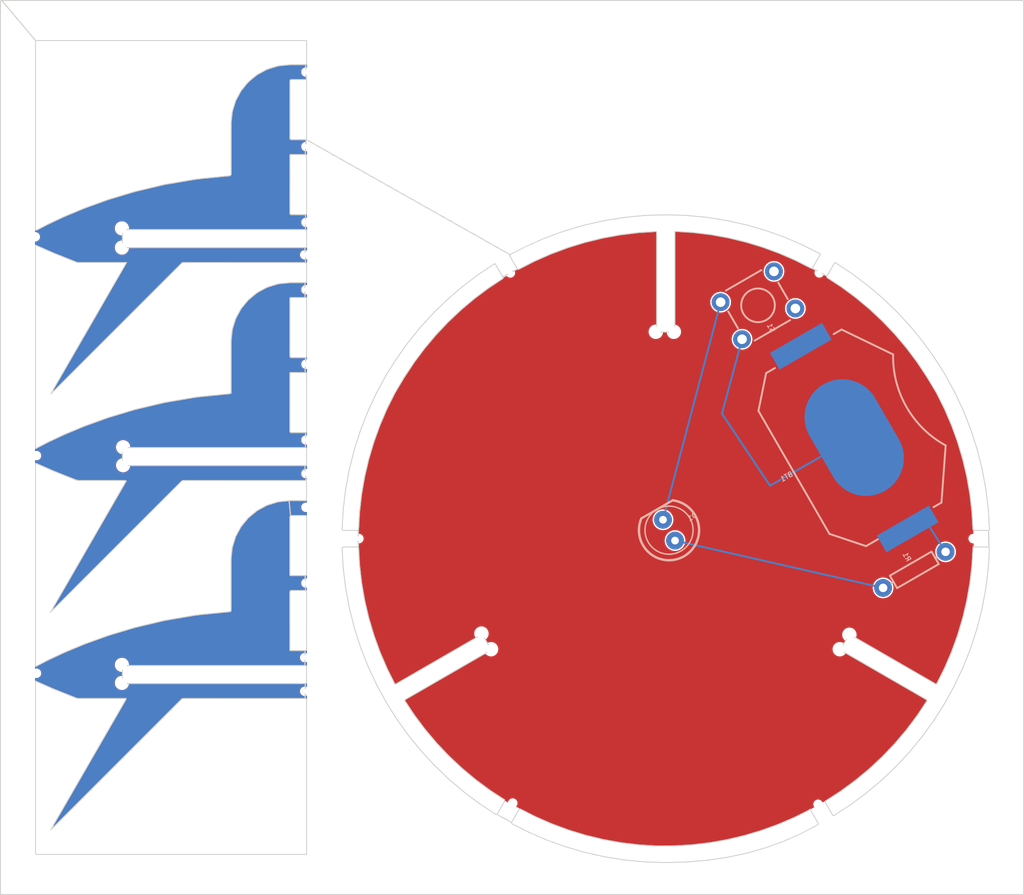
<source format=kicad_pcb>
(kicad_pcb (version 20221018) (generator pcbnew)
  (layers (0 "F.Cu" signal) (31 "B.Cu" signal) (34 "B.Paste" user) (35 "F.Paste" user) (36 "B.SilkS" user "B.Silkscreen") (37 "F.SilkS" user "F.Silkscreen") (38 "B.Mask" user) (39 "F.Mask" user) (44 "Edge.Cuts" user))
  (net 0 "")
  (net 1 "GND")
  (net 2 "N$1")
  (net 3 "N$2")
  (net 4 "N$4")
  (footprint "" (layer "F.Cu") (at 98.279434 60.396509)
    (fp_text reference "@HOLE23" hide)
    (fp_text value "")
  )
  (footprint "" (layer "F.Cu") (at 197.212434 114.625509)
    (fp_text reference "@HOLE17" hide)
    (fp_text value "")
  )
  (footprint "" (layer "F.Cu") (at 98.279434 128.849509)
    (fp_text reference "@HOLE12" hide)
    (fp_text value "")
  )
  (footprint "" (layer "F.Cu") (at 107.296434 81.859509)
    (fp_text reference "@HOLE29" hide)
    (fp_text value "")
  )
  (footprint "" (layer "F.Cu") (at 148.571434 142.565509)
    (fp_text reference "@HOLE19" hide)
    (fp_text value "")
  )
  (footprint "" (layer "F.Cu") (at 98.279434 105.862509)
    (fp_text reference "@HOLE13" hide)
    (fp_text value "")
  )
  (footprint "" (layer "F.Cu") (at 126.727434 96.210509)
    (fp_text reference "@HOLE5" hide)
    (fp_text value "")
  )
  (footprint "" (layer "F.Cu") (at 184.131434 124.785509)
    (fp_text reference "@HOLE38" hide)
    (fp_text value "")
  )
  (footprint "" (layer "F.Cu") (at 98.152434 82.748509)
    (fp_text reference "@HOLE14" hide)
    (fp_text value "")
  )
  (footprint "" (layer "F.Cu") (at 126.600434 84.653509)
    (fp_text reference "@HOLE3" hide)
    (fp_text value "")
  )
  (footprint "" (layer "F.Cu") (at 98.279434 61.285509)
    (fp_text reference "@HOLE24" hide)
    (fp_text value "")
  )
  (footprint "" (layer "F.Cu") (at 98.279434 59.507509)
    (fp_text reference "@HOLE22" hide)
    (fp_text value "")
  )
  (footprint "" (layer "F.Cu") (at 107.296434 129.865509)
    (fp_text reference "@HOLE34" hide)
    (fp_text value "")
  )
  (footprint "" (layer "F.Cu") (at 183.115434 126.309509)
    (fp_text reference "@HOLE37" hide)
    (fp_text value "")
  )
  (footprint "" (layer "F.Cu") (at 98.279434 58.618509)
    (fp_text reference "@HOLE21" hide)
    (fp_text value "")
  )
  (footprint "" (layer "F.Cu") (at 165.589434 92.781509)
    (fp_text reference "@HOLE36" hide)
    (fp_text value "")
  )
  (footprint "" (layer "F.Cu") (at 145.269434 124.658509)
    (fp_text reference "@HOLE39" hide)
    (fp_text value "")
  )
  (footprint "" (layer "F.Cu") (at 126.727434 88.336509)
    (fp_text reference "@HOLE4" hide)
    (fp_text value "")
  )
  (footprint "" (layer "F.Cu") (at 126.600434 130.754509)
    (fp_text reference "@HOLE11" hide)
    (fp_text value "")
  )
  (footprint "" (layer "F.Cu") (at 107.296434 127.960509)
    (fp_text reference "@HOLE33" hide)
    (fp_text value "")
  )
  (footprint "" (layer "F.Cu") (at 98.279434 148.788509)
    (fp_text reference "@HOLE25" hide)
    (fp_text value "")
  )
  (footprint "" (layer "F.Cu") (at 98.279434 151.455509)
    (fp_text reference "@HOLE28" hide)
    (fp_text value "")
  )
  (footprint "" (layer "F.Cu") (at 98.279434 150.566509)
    (fp_text reference "@HOLE27" hide)
    (fp_text value "")
  )
  (footprint "" (layer "F.Cu") (at 126.600434 127.198509)
    (fp_text reference "@HOLE10" hide)
    (fp_text value "")
  )
  (footprint "" (layer "F.Cu") (at 148.317434 86.558509)
    (fp_text reference "@HOLE15" hide)
    (fp_text value "")
  )
  (footprint "" (layer "F.Cu") (at 126.727434 73.223509)
    (fp_text reference "@HOLE1" hide)
    (fp_text value "")
  )
  (footprint "" (layer "F.Cu") (at 107.296434 83.891509)
    (fp_text reference "@HOLE30" hide)
    (fp_text value "")
  )
  (footprint "" (layer "F.Cu") (at 126.727434 81.224509)
    (fp_text reference "@HOLE2" hide)
    (fp_text value "")
  )
  (footprint "" (layer "F.Cu") (at 163.684434 92.781509)
    (fp_text reference "@HOLE35" hide)
    (fp_text value "")
  )
  (footprint "" (layer "F.Cu") (at 126.727434 65.349509)
    (fp_text reference "@HOLE0" hide)
    (fp_text value "")
  )
  (footprint "" (layer "F.Cu") (at 107.423434 106.878509)
    (fp_text reference "@HOLE32" hide)
    (fp_text value "")
  )
  (footprint "" (layer "F.Cu") (at 107.423434 104.973509)
    (fp_text reference "@HOLE31" hide)
    (fp_text value "")
  )
  (footprint "" (layer "F.Cu") (at 126.727434 111.323509)
    (fp_text reference "@HOLE8" hide)
    (fp_text value "")
  )
  (footprint "" (layer "F.Cu") (at 126.727434 107.767509)
    (fp_text reference "@HOLE7" hide)
    (fp_text value "")
  )
  (footprint "" (layer "F.Cu") (at 126.727434 119.324509)
    (fp_text reference "@HOLE9" hide)
    (fp_text value "")
  )
  (footprint "" (layer "F.Cu") (at 180.829434 142.692509)
    (fp_text reference "@HOLE18" hide)
    (fp_text value "")
  )
  (footprint "" (layer "F.Cu") (at 146.285434 126.309509)
    (fp_text reference "@HOLE40" hide)
    (fp_text value "")
  )
  (footprint "" (layer "F.Cu") (at 126.727434 104.211509)
    (fp_text reference "@HOLE6" hide)
    (fp_text value "")
  )
  (footprint "" (layer "F.Cu") (at 180.956434 86.558509)
    (fp_text reference "@HOLE16" hide)
    (fp_text value "")
  )
  (footprint "" (layer "F.Cu") (at 132.315434 114.625509)
    (fp_text reference "@HOLE20" hide)
    (fp_text value "")
  )
  (footprint "" (layer "F.Cu") (at 98.279434 149.677509)
    (fp_text reference "@HOLE26" hide)
    (fp_text value "")
  )
  (footprint "working:BATTCON_20MM_4LEGS" (layer "B.Cu") (at 184.639434 103.957509 -60)
    (fp_text reference "BT1")
    (fp_text value "")
  )
  (footprint "working:AXIAL-0.3" (layer "B.Cu") (at 190.989434 117.927509 -150)
    (fp_text reference "R1")
    (fp_text value "1k")
  )
  (footprint "working:LED_5MM" (layer "B.Cu") (at 165.081434 113.736509 120)
    (fp_text reference "D1")
    (fp_text value "")
  )
  (footprint "working:TACTILE_SWITCH_PTH_6.0MM" (layer "B.Cu") (at 174.479434 89.987509 30)
    (fp_text reference "S1")
    (fp_text value "MOMENTARY-SWITCH-SPST-PTH-6.0MM")
  )
  (gr_line (start 100.052424 130.506231) (end 100.124296 130.5349) (stroke (width 0.1)) (layer "Edge.Cuts"))
  (gr_line (start 198.87314 115.520744) (end 198.923921 115.645509) (stroke (width 0.1)) (layer "Edge.Cuts"))
  (gr_line (start 145.343365 124.729406) (end 145.447284 124.888128) (stroke (width 0.1)) (layer "Edge.Cuts"))
  (gr_line (start 167.668593 146.957309) (end 169.257446 146.767931) (stroke (width 0.1)) (layer "Edge.Cuts"))
  (gr_line (start 125.04848 89.183466) (end 125.231096 89.166069) (stroke (width 0.1)) (layer "Edge.Cuts"))
  (gr_line (start 195.18929 99.045566) (end 195.281787 99.222766) (stroke (width 0.1)) (layer "Edge.Cuts"))
  (gr_line (start 118.823499 116.758397) (end 118.815237 116.958081) (stroke (width 0.1)) (layer "Edge.Cuts"))
  (gr_line (start 141.633434 89.412128) (end 141.780777 89.277041) (stroke (width 0.1)) (layer "Edge.Cuts"))
  (gr_line (start 145.891421 88.248666) (end 144.609634 89.206441) (stroke (width 0.1)) (layer "Edge.Cuts"))
  (gr_line (start 166.991774 148.777653) (end 166.792105 148.787694) (stroke (width 0.1)) (layer "Edge.Cuts"))
  (gr_line (start 136.193159 95.785794) (end 136.300277 95.616959) (stroke (width 0.1)) (layer "Edge.Cuts"))
  (gr_line (start 118.73738 76.295031) (end 115.155068 76.65295) (stroke (width 0.1)) (layer "Edge.Cuts"))
  (gr_line (start 126.773665 62.023025) (end 126.799755 62.060522) (stroke (width 0.1)) (layer "Edge.Cuts"))
  (gr_line (start 135.331537 100.827934) (end 135.247137 101.009191) (stroke (width 0.1)) (layer "Edge.Cuts"))
  (gr_line (start 102.399496 85.398428) (end 102.586037 85.468622) (stroke (width 0.1)) (layer "Edge.Cuts"))
  (gr_line (start 197.193546 115.5244) (end 197.26833 115.509166) (stroke (width 0.1)) (layer "Edge.Cuts"))
  (gr_line (start 147.506262 86.967294) (end 149.052893 86.144944) (stroke (width 0.1)) (layer "Edge.Cuts"))
  (gr_line (start 158.025377 81.087738) (end 158.221096 81.046888) (stroke (width 0.1)) (layer "Edge.Cuts"))
  (gr_line (start 126.678037 129.931031) (end 126.658784 131.518606) (stroke (width 0.1)) (layer "Edge.Cuts"))
  (gr_line (start 132.293277 115.702056) (end 132.38204 117.299688) (stroke (width 0.1)) (layer "Edge.Cuts"))
  (gr_line (start 130.656999 113.757841) (end 130.547509 113.672372) (stroke (width 0.1)) (layer "Edge.Cuts"))
  (gr_line (start 126.795068 128.064422) (end 126.794565 129.864591) (stroke (width 0.1)) (layer "Edge.Cuts"))
  (gr_line (start 171.422812 146.381763) (end 172.97949 146.011569) (stroke (width 0.1)) (layer "Edge.Cuts"))
  (gr_line (start 190.113812 94.427097) (end 188.952702 93.051522) (stroke (width 0.1)) (layer "Edge.Cuts"))
  (gr_line (start 158.17734 82.857838) (end 157.98163 82.898634) (stroke (width 0.1)) (layer "Edge.Cuts"))
  (gr_line (start 99.628496 104.372597) (end 99.448671 104.460144) (stroke (width 0.1)) (layer "Edge.Cuts"))
  (gr_line (start 99.805184 145.328763) (end 99.792755 145.387838) (stroke (width 0.1)) (layer "Edge.Cuts"))
  (gr_line (start 181.004462 84.706069) (end 180.210652 86.080963) (stroke (width 0.1)) (layer "Edge.Cuts"))
  (gr_line (start 164.582877 80.429453) (end 164.924896 80.430422) (stroke (width 0.1)) (layer "Edge.Cuts"))
  (gr_line (start 191.315359 96.025894) (end 191.19659 95.864991) (stroke (width 0.1)) (layer "Edge.Cuts"))
  (gr_line (start 192.27799 131.634116) (end 183.270809 126.433997) (stroke (width 0.1)) (layer "Edge.Cuts"))
  (gr_line (start 190.13059 134.864284) (end 190.252346 134.705816) (stroke (width 0.1)) (layer "Edge.Cuts"))
  (gr_line (start 157.98163 82.898634) (end 156.232884 83.325341) (stroke (width 0.1)) (layer "Edge.Cuts"))
  (gr_line (start 187.589146 137.687422) (end 188.832096 136.385397) (stroke (width 0.1)) (layer "Edge.Cuts"))
  (gr_line (start 98.326521 128.061666) (end 98.173602 128.113225) (stroke (width 0.1)) (layer "Edge.Cuts"))
  (gr_line (start 154.321609 83.914266) (end 152.635221 84.543938) (stroke (width 0.1)) (layer "Edge.Cuts"))
  (gr_line (start 133.363271 123.009147) (end 133.875918 124.734656) (stroke (width 0.1)) (layer "Edge.Cuts"))
  (gr_line (start 107.466315 129.937222) (end 107.346684 129.856778) (stroke (width 0.1)) (layer "Edge.Cuts"))
  (gr_line (start 126.799752 89.188944) (end 126.79868 95.389197) (stroke (width 0.1)) (layer "Edge.Cuts"))
  (gr_line (start 122.762037 65.014916) (end 122.575393 65.084569) (stroke (width 0.1)) (layer "Edge.Cuts"))
  (gr_line (start 139.006487 137.167416) (end 138.873318 137.018353) (stroke (width 0.1)) (layer "Edge.Cuts"))
  (gr_line (start 126.641427 128.032875) (end 126.795068 128.064422) (stroke (width 0.1)) (layer "Edge.Cuts"))
  (gr_line (start 143.488727 141.440016) (end 143.333921 141.313625) (stroke (width 0.1)) (layer "Edge.Cuts"))
  (gr_line (start 126.797577 103.319772) (end 126.717852 103.422506) (stroke (width 0.1)) (layer "Edge.Cuts"))
  (gr_line (start 180.03758 86.039856) (end 178.611043 85.315213) (stroke (width 0.1)) (layer "Edge.Cuts"))
  (gr_line (start 121.52639 65.665547) (end 120.755024 66.301984) (stroke (width 0.1)) (layer "Edge.Cuts"))
  (gr_line (start 146.046555 141.124166) (end 146.208318 141.241681) (stroke (width 0.1)) (layer "Edge.Cuts"))
  (gr_line (start 119.334687 91.3442) (end 119.265087 91.530866) (stroke (width 0.1)) (layer "Edge.Cuts"))
  (gr_line (start 107.349243 105.180322) (end 107.378471 105.009544) (stroke (width 0.1)) (layer "Edge.Cuts"))
  (gr_line (start 169.455677 146.741969) (end 171.227887 146.426631) (stroke (width 0.1)) (layer "Edge.Cuts"))
  (gr_line (start 113.547577 85.596031) (end 113.69548 85.470184) (stroke (width 0.1)) (layer "Edge.Cuts"))
  (gr_line (start 107.786293 85.46915) (end 107.688837 85.640903) (stroke (width 0.1)) (layer "Edge.Cuts"))
  (gr_line (start 98.173599 62.036869) (end 94.597287 57.794684) (stroke (width 0.1)) (layer "Edge.Cuts"))
  (gr_line (start 126.799755 83.870597) (end 126.636571 83.893347) (stroke (width 0.1)) (layer "Edge.Cuts"))
  (gr_line (start 146.557615 85.657722) (end 146.712371 85.592447) (stroke (width 0.1)) (layer "Edge.Cuts"))
  (gr_line (start 132.263227 115.509156) (end 132.244596 113.757841) (stroke (width 0.1)) (layer "Edge.Cuts"))
  (gr_line (start 130.677534 111.476275) (end 130.919374 109.490825) (stroke (width 0.1)) (layer "Edge.Cuts"))
  (gr_line (start 161.753721 146.965306) (end 161.952543 146.985463) (stroke (width 0.1)) (layer "Edge.Cuts"))
  (gr_line (start 179.070637 83.568722) (end 179.253505 83.649591) (stroke (width 0.1)) (layer "Edge.Cuts"))
  (gr_line (start 146.712371 85.592447) (end 147.506262 86.967294) (stroke (width 0.1)) (layer "Edge.Cuts"))
  (gr_line (start 125.047346 97.095941) (end 125.239518 97.088066) (stroke (width 0.1)) (layer "Edge.Cuts"))
  (gr_line (start 126.62663 106.915241) (end 126.757946 108.505681) (stroke (width 0.1)) (layer "Edge.Cuts"))
  (gr_line (start 126.668574 74.070513) (end 126.799727 74.1121) (stroke (width 0.1)) (layer "Edge.Cuts"))
  (gr_line (start 132.244596 113.757841) (end 130.656999 113.757841) (stroke (width 0.1)) (layer "Edge.Cuts"))
  (gr_line (start 98.173599 147.826144) (end 98.173599 129.825291) (stroke (width 0.1)) (layer "Edge.Cuts"))
  (gr_line (start 126.685843 80.41105) (end 125.098309 80.41105) (stroke (width 0.1)) (layer "Edge.Cuts"))
  (gr_line (start 99.829043 99.314569) (end 113.547577 85.596031) (stroke (width 0.1)) (layer "Edge.Cuts"))
  (gr_line (start 135.257393 131.991072) (end 135.158993 131.817069) (stroke (width 0.1)) (layer "Edge.Cuts"))
  (gr_line (start 198.791468 117.841463) (end 198.547215 119.826613) (stroke (width 0.1)) (layer "Edge.Cuts"))
  (gr_line (start 176.588109 144.826159) (end 178.242468 144.116756) (stroke (width 0.1)) (layer "Edge.Cuts"))
  (gr_line (start 98.372271 62.023025) (end 126.773665 62.023025) (stroke (width 0.1)) (layer "Edge.Cuts"))
  (gr_line (start 98.205737 105.104488) (end 98.173605 104.957316) (stroke (width 0.1)) (layer "Edge.Cuts"))
  (gr_line (start 173.237477 81.491322) (end 173.430618 81.542934) (stroke (width 0.1)) (layer "Edge.Cuts"))
  (gr_line (start 126.799727 74.1121) (end 126.799727 80.312419) (stroke (width 0.1)) (layer "Edge.Cuts"))
  (gr_line (start 163.730674 82.185828) (end 161.934012 82.297306) (stroke (width 0.1)) (layer "Edge.Cuts"))
  (gr_line (start 113.754115 108.491525) (end 126.74219 108.493613) (stroke (width 0.1)) (layer "Edge.Cuts"))
  (gr_line (start 118.815237 122.158278) (end 118.786021 122.331847) (stroke (width 0.1)) (layer "Edge.Cuts"))
  (gr_line (start 190.613743 92.263063) (end 191.878977 93.81215) (stroke (width 0.1)) (layer "Edge.Cuts"))
  (gr_line (start 148.450602 144.610313) (end 146.89604 143.760691) (stroke (width 0.1)) (layer "Edge.Cuts"))
  (gr_line (start 126.727121 95.500391) (end 126.651865 97.090488) (stroke (width 0.1)) (layer "Edge.Cuts"))
  (gr_line (start 113.588324 108.574031) (end 113.754115 108.491525) (stroke (width 0.1)) (layer "Edge.Cuts"))
  (gr_line (start 120.552027 89.523834) (end 119.915609 90.295178) (stroke (width 0.1)) (layer "Edge.Cuts"))
  (gr_line (start 126.794565 129.864591) (end 126.678037 129.931031) (stroke (width 0.1)) (layer "Edge.Cuts"))
  (gr_line (start 123.717105 64.718434) (end 122.762037 65.014916) (stroke (width 0.1)) (layer "Edge.Cuts"))
  (gr_line (start 107.520209 128.030363) (end 126.616684 128.030363) (stroke (width 0.1)) (layer "Edge.Cuts"))
  (gr_line (start 126.601684 106.916403) (end 107.413199 106.916403) (stroke (width 0.1)) (layer "Edge.Cuts"))
  (gr_line (start 126.797171 110.451222) (end 126.756187 110.610272) (stroke (width 0.1)) (layer "Edge.Cuts"))
  (gr_line (start 198.794659 111.454916) (end 198.810971 111.654188) (stroke (width 0.1)) (layer "Edge.Cuts"))
  (gr_line (start 175.350462 82.103534) (end 177.232259 82.781253) (stroke (width 0.1)) (layer "Edge.Cuts"))
  (gr_line (start 126.79608 118.477638) (end 126.661949 118.527369) (stroke (width 0.1)) (layer "Edge.Cuts"))
  (gr_line (start 107.705671 131.644941) (end 99.805184 145.328763) (stroke (width 0.1)) (layer "Edge.Cuts"))
  (gr_line (start 140.228046 138.489681) (end 139.006487 137.167416) (stroke (width 0.1)) (layer "Edge.Cuts"))
  (gr_line (start 179.85504 143.316853) (end 179.977902 143.210666) (stroke (width 0.1)) (layer "Edge.Cuts"))
  (gr_line (start 99.952374 107.440041) (end 100.22468 107.552906) (stroke (width 0.1)) (layer "Edge.Cuts"))
  (gr_line (start 120.687052 89.377322) (end 120.552027 89.523834) (stroke (width 0.1)) (layer "Edge.Cuts"))
  (gr_line (start 135.262662 128.270841) (end 135.348165 128.451588) (stroke (width 0.1)) (layer "Edge.Cuts"))
  (gr_line (start 164.792693 148.841059) (end 164.592702 148.837947) (stroke (width 0.1)) (layer "Edge.Cuts"))
  (gr_line (start 139.364596 134.843884) (end 140.52568 136.219563) (stroke (width 0.1)) (layer "Edge.Cuts"))
  (gr_line (start 181.763212 86.907259) (end 180.192468 86.088072) (stroke (width 0.1)) (layer "Edge.Cuts"))
  (gr_line (start 174.903752 83.819253) (end 173.181434 83.295794) (stroke (width 0.1)) (layer "Edge.Cuts"))
  (gr_line (start 99.391987 127.509434) (end 98.326521 128.061666) (stroke (width 0.1)) (layer "Edge.Cuts"))
  (gr_line (start 98.186099 62.024284) (end 98.372271 62.023025) (stroke (width 0.1)) (layer "Edge.Cuts"))
  (gr_line (start 103.416427 125.733534) (end 103.230959 125.808531) (stroke (width 0.1)) (layer "Edge.Cuts"))
  (gr_line (start 126.799755 72.319466) (end 126.772037 72.477256) (stroke (width 0.1)) (layer "Edge.Cuts"))
  (gr_line (start 154.340815 145.367497) (end 154.529109 145.434603) (stroke (width 0.1)) (layer "Edge.Cuts"))
  (gr_line (start 196.121343 106.296259) (end 196.066196 106.104078) (stroke (width 0.1)) (layer "Edge.Cuts"))
  (gr_line (start 192.308452 97.527209) (end 191.315359 96.025894) (stroke (width 0.1)) (layer "Edge.Cuts"))
  (gr_line (start 118.820402 76.170175) (end 118.73738 76.295031) (stroke (width 0.1)) (layer "Edge.Cuts"))
  (gr_line (start 141.810071 140.018275) (end 140.365959 138.634425) (stroke (width 0.1)) (layer "Edge.Cuts"))
  (gr_line (start 132.596446 109.995006) (end 132.392587 111.783538) (stroke (width 0.1)) (layer "Edge.Cuts"))
  (gr_line (start 145.058774 86.654547) (end 146.557615 85.657722) (stroke (width 0.1)) (layer "Edge.Cuts"))
  (gr_line (start 137.489255 135.308506) (end 136.437743 133.847372) (stroke (width 0.1)) (layer "Edge.Cuts"))
  (gr_line (start 126.661949 118.527369) (end 126.713221 120.118081) (stroke (width 0.1)) (layer "Edge.Cuts"))
  (gr_line (start 125.219771 87.588947) (end 125.01989 87.591828) (stroke (width 0.1)) (layer "Edge.Cuts"))
  (gr_line (start 165.513771 92.799953) (end 163.913671 92.799953) (stroke (width 0.1)) (layer "Edge.Cuts"))
  (gr_line (start 120.001312 113.208975) (end 119.875387 113.364094) (stroke (width 0.1)) (layer "Edge.Cuts"))
  (gr_line (start 125.239584 126.453191) (end 125.043659 126.449209) (stroke (width 0.1)) (layer "Edge.Cuts"))
  (gr_line (start 193.048315 95.434753) (end 193.161137 95.599769) (stroke (width 0.1)) (layer "Edge.Cuts"))
  (gr_line (start 194.107571 132.170919) (end 193.142696 133.690525) (stroke (width 0.1)) (layer "Edge.Cuts"))
  (gr_line (start 107.346659 128.056728) (end 107.520209 128.030363) (stroke (width 0.1)) (layer "Edge.Cuts"))
  (gr_line (start 126.643502 89.16775) (end 126.799752 89.188944) (stroke (width 0.1)) (layer "Edge.Cuts"))
  (gr_line (start 137.169649 131.744169) (end 138.162743 133.245634) (stroke (width 0.1)) (layer "Edge.Cuts"))
  (gr_line (start 98.173605 104.957316) (end 98.173602 83.756269) (stroke (width 0.1)) (layer "Edge.Cuts"))
  (gr_line (start 123.763618 110.744584) (end 122.617752 111.100963) (stroke (width 0.1)) (layer "Edge.Cuts"))
  (gr_line (start 149.052893 86.144944) (end 148.259199 84.769981) (stroke (width 0.1)) (layer "Edge.Cuts"))
  (gr_line (start 105.734699 101.878838) (end 103.476499 102.691828) (stroke (width 0.1)) (layer "Edge.Cuts"))
  (gr_line (start 181.038174 84.552606) (end 181.004462 84.706069) (stroke (width 0.1)) (layer "Edge.Cuts"))
  (gr_line (start 175.046737 147.352094) (end 173.31349 147.838359) (stroke (width 0.1)) (layer "Edge.Cuts"))
  (gr_line (start 133.92614 104.356591) (end 133.863871 104.546581) (stroke (width 0.1)) (layer "Edge.Cuts"))
  (gr_line (start 160.195534 80.72735) (end 160.393615 80.700478) (stroke (width 0.1)) (layer "Edge.Cuts"))
  (gr_line (start 192.324849 131.763875) (end 192.27799 131.634116) (stroke (width 0.1)) (layer "Edge.Cuts"))
  (gr_line (start 132.38204 117.299688) (end 132.398455 117.498972) (stroke (width 0.1)) (layer "Edge.Cuts"))
  (gr_line (start 103.289974 102.763869) (end 101.25853 103.608756) (stroke (width 0.1)) (layer "Edge.Cuts"))
  (gr_line (start 196.87634 110.018988) (end 196.844693 109.821538) (stroke (width 0.1)) (layer "Edge.Cuts"))
  (gr_line (start 107.346684 129.856778) (end 107.346659 128.056728) (stroke (width 0.1)) (layer "Edge.Cuts"))
  (gr_line (start 99.788349 99.324722) (end 99.829043 99.314569) (stroke (width 0.1)) (layer "Edge.Cuts"))
  (gr_line (start 118.820402 70.969919) (end 118.820402 76.170175) (stroke (width 0.1)) (layer "Edge.Cuts"))
  (gr_line (start 146.208318 141.241681) (end 147.715352 142.226072) (stroke (width 0.1)) (layer "Edge.Cuts"))
  (gr_line (start 161.735062 82.317147) (end 159.948271 82.535025) (stroke (width 0.1)) (layer "Edge.Cuts"))
  (gr_line (start 152.45079 84.621147) (end 150.804855 85.349859) (stroke (width 0.1)) (layer "Edge.Cuts"))
  (gr_line (start 196.101009 123.029234) (end 196.148602 122.835125) (stroke (width 0.1)) (layer "Edge.Cuts"))
  (gr_line (start 184.045452 142.869625) (end 182.534596 143.848363) (stroke (width 0.1)) (layer "Edge.Cuts"))
  (gr_line (start 163.913671 92.799953) (end 163.784034 92.729575) (stroke (width 0.1)) (layer "Edge.Cuts"))
  (gr_line (start 151.003621 144.0208) (end 152.653346 144.740925) (stroke (width 0.1)) (layer "Edge.Cuts"))
  (gr_line (start 101.20068 126.655813) (end 99.570587 127.419628) (stroke (width 0.1)) (layer "Edge.Cuts"))
  (gr_line (start 132.398455 117.498972) (end 132.603143 119.287344) (stroke (width 0.1)) (layer "Edge.Cuts"))
  (gr_line (start 166.92398 80.493766) (end 169.114112 80.702191) (stroke (width 0.1)) (layer "Edge.Cuts"))
  (gr_line (start 118.947868 115.565238) (end 118.923802 115.763441) (stroke (width 0.1)) (layer "Edge.Cuts"))
  (gr_line (start 130.661765 111.675581) (end 130.677534 111.476275) (stroke (width 0.1)) (layer "Edge.Cuts"))
  (gr_line (start 191.996899 93.973691) (end 193.048315 95.434753) (stroke (width 0.1)) (layer "Edge.Cuts"))
  (gr_line (start 195.61053 104.570297) (end 195.549396 104.379922) (stroke (width 0.1)) (layer "Edge.Cuts"))
  (gr_line (start 174.705252 145.500331) (end 174.896099 145.440378) (stroke (width 0.1)) (layer "Edge.Cuts"))
  (gr_line (start 125.049899 74.260094) (end 125.056565 74.066734) (stroke (width 0.1)) (layer "Edge.Cuts"))
  (gr_line (start 126.627227 126.453191) (end 125.239584 126.453191) (stroke (width 0.1)) (layer "Edge.Cuts"))
  (gr_line (start 177.232259 82.781253) (end 177.417827 82.855706) (stroke (width 0.1)) (layer "Edge.Cuts"))
  (gr_line (start 156.075349 81.532291) (end 158.025377 81.087738) (stroke (width 0.1)) (layer "Edge.Cuts"))
  (gr_line (start 183.432355 88.146097) (end 183.270771 88.028322) (stroke (width 0.1)) (layer "Edge.Cuts"))
  (gr_line (start 202.532755 57.870944) (end 202.41399 57.7897) (stroke (width 0.1)) (layer "Edge.Cuts"))
  (gr_line (start 191.878977 93.81215) (end 191.996899 93.973691) (stroke (width 0.1)) (layer "Edge.Cuts"))
  (gr_line (start 115.267052 99.662113) (end 115.06894 99.688628) (stroke (width 0.1)) (layer "Edge.Cuts"))
  (gr_line (start 123.961565 110.719097) (end 123.763618 110.744584) (stroke (width 0.1)) (layer "Edge.Cuts"))
  (gr_line (start 198.923921 115.645509) (end 198.808849 117.642319) (stroke (width 0.1)) (layer "Edge.Cuts"))
  (gr_line (start 174.896099 145.440378) (end 176.588109 144.826159) (stroke (width 0.1)) (layer "Edge.Cuts"))
  (gr_line (start 138.718377 92.432663) (end 138.846621 92.279272) (stroke (width 0.1)) (layer "Edge.Cuts"))
  (gr_line (start 105.924137 101.814906) (end 105.734699 101.878838) (stroke (width 0.1)) (layer "Edge.Cuts"))
  (gr_line (start 125.048952 80.260397) (end 125.049899 74.260094) (stroke (width 0.1)) (layer "Edge.Cuts"))
  (gr_line (start 126.658784 131.518606) (end 126.794602 131.566747) (stroke (width 0.1)) (layer "Edge.Cuts"))
  (gr_line (start 130.919374 109.490825) (end 130.948471 109.293063) (stroke (width 0.1)) (layer "Edge.Cuts"))
  (gr_line (start 123.912834 64.682328) (end 123.717105 64.718434) (stroke (width 0.1)) (layer "Edge.Cuts"))
  (gr_line (start 191.736462 135.634953) (end 190.464565 137.178541) (stroke (width 0.1)) (layer "Edge.Cuts"))
  (gr_line (start 140.365959 138.634425) (end 140.228046 138.489681) (stroke (width 0.1)) (layer "Edge.Cuts"))
  (gr_line (start 150.259999 145.635828) (end 150.081093 145.546238) (stroke (width 0.1)) (layer "Edge.Cuts"))
  (gr_line (start 113.846374 131.512366) (end 126.634502 131.514431) (stroke (width 0.1)) (layer "Edge.Cuts"))
  (gr_line (start 180.722005 144.883747) (end 179.131362 145.726644) (stroke (width 0.1)) (layer "Edge.Cuts"))
  (gr_line (start 161.952543 146.985463) (end 163.749274 147.096806) (stroke (width 0.1)) (layer "Edge.Cuts"))
  (gr_line (start 149.398102 143.206975) (end 150.824696 143.931644) (stroke (width 0.1)) (layer "Edge.Cuts"))
  (gr_line (start 198.104074 122.185034) (end 197.606846 124.122366) (stroke (width 0.1)) (layer "Edge.Cuts"))
  (gr_line (start 162.583852 80.493666) (end 164.582877 80.429453) (stroke (width 0.1)) (layer "Edge.Cuts"))
  (gr_line (start 126.61169 83.895072) (end 107.423202 83.895072) (stroke (width 0.1)) (layer "Edge.Cuts"))
  (gr_line (start 141.780777 89.277041) (end 143.299965 87.976047) (stroke (width 0.1)) (layer "Edge.Cuts"))
  (gr_line (start 162.593702 148.7746) (end 162.394293 148.759334) (stroke (width 0.1)) (layer "Edge.Cuts"))
  (gr_line (start 194.976671 126.447844) (end 195.522121 124.943578) (stroke (width 0.1)) (layer "Edge.Cuts"))
  (gr_line (start 126.744871 72.489569) (end 125.169777 72.489569) (stroke (width 0.1)) (layer "Edge.Cuts"))
  (gr_line (start 135.348165 128.451588) (end 136.064009 129.882566) (stroke (width 0.1)) (layer "Edge.Cuts"))
  (gr_line (start 119.377684 68.248359) (end 119.292784 68.428572) (stroke (width 0.1)) (layer "Edge.Cuts"))
  (gr_line (start 140.339787 90.663784) (end 141.633434 89.412128) (stroke (width 0.1)) (layer "Edge.Cuts"))
  (gr_line (start 138.051493 96.170247) (end 137.168593 97.504713) (stroke (width 0.1)) (layer "Edge.Cuts"))
  (gr_line (start 198.810971 111.654188) (end 198.925602 113.651022) (stroke (width 0.1)) (layer "Edge.Cuts"))
  (gr_line (start 111.656037 123.299972) (end 108.737321 123.994106) (stroke (width 0.1)) (layer "Edge.Cuts"))
  (gr_line (start 196.515546 121.277678) (end 196.557049 121.081984) (stroke (width 0.1)) (layer "Edge.Cuts"))
  (gr_line (start 171.236143 82.831525) (end 169.464696 82.512028) (stroke (width 0.1)) (layer "Edge.Cuts"))
  (gr_line (start 194.325093 97.466469) (end 195.18929 99.045566) (stroke (width 0.1)) (layer "Edge.Cuts"))
  (gr_line (start 125.120262 95.510903) (end 125.047409 95.383781) (stroke (width 0.1)) (layer "Edge.Cuts"))
  (gr_line (start 125.15609 110.610031) (end 124.96903 110.618441) (stroke (width 0.1)) (layer "Edge.Cuts"))
  (gr_line (start 163.784034 92.729575) (end 163.784034 82.329063) (stroke (width 0.1)) (layer "Edge.Cuts"))
  (gr_line (start 198.846671 113.748141) (end 198.87314 115.520744) (stroke (width 0.1)) (layer "Edge.Cuts"))
  (gr_line (start 198.808849 117.642319) (end 198.791468 117.841463) (stroke (width 0.1)) (layer "Edge.Cuts"))
  (gr_line (start 102.736812 131.510784) (end 107.737055 131.511288) (stroke (width 0.1)) (layer "Edge.Cuts"))
  (gr_line (start 137.062099 97.673997) (end 136.136484 99.217825) (stroke (width 0.1)) (layer "Edge.Cuts"))
  (gr_line (start 196.532665 108.048747) (end 196.121343 106.296259) (stroke (width 0.1)) (layer "Edge.Cuts"))
  (gr_line (start 121.619371 88.623472) (end 121.458443 88.740866) (stroke (width 0.1)) (layer "Edge.Cuts"))
  (gr_line (start 153.976559 147.110103) (end 152.283012 146.500119) (stroke (width 0.1)) (layer "Edge.Cuts"))
  (gr_line (start 126.797602 105.099266) (end 126.797102 106.899316) (stroke (width 0.1)) (layer "Edge.Cuts"))
  (gr_line (start 188.960102 138.783566) (end 187.509365 140.160466) (stroke (width 0.1)) (layer "Edge.Cuts"))
  (gr_line (start 99.792755 145.387838) (end 113.652721 131.527869) (stroke (width 0.1)) (layer "Edge.Cuts"))
  (gr_line (start 118.832221 93.676744) (end 118.817821 93.876059) (stroke (width 0.1)) (layer "Edge.Cuts"))
  (gr_line (start 179.131362 145.726644) (end 178.951987 145.814616) (stroke (width 0.1)) (layer "Edge.Cuts"))
  (gr_line (start 138.162743 133.245634) (end 139.240796 134.687047) (stroke (width 0.1)) (layer "Edge.Cuts"))
  (gr_line (start 126.697034 105.017434) (end 126.797602 105.099266) (stroke (width 0.1)) (layer "Edge.Cuts"))
  (gr_line (start 126.707859 95.510903) (end 125.120262 95.510903) (stroke (width 0.1)) (layer "Edge.Cuts"))
  (gr_line (start 126.768255 72.495716) (end 126.668574 74.070513) (stroke (width 0.1)) (layer "Edge.Cuts"))
  (gr_line (start 169.18334 148.586772) (end 168.985037 148.612109) (stroke (width 0.1)) (layer "Edge.Cuts"))
  (gr_line (start 126.654677 129.937222) (end 107.466315 129.937222) (stroke (width 0.1)) (layer "Edge.Cuts"))
  (gr_line (start 183.270809 126.433997) (end 183.21008 126.303838) (stroke (width 0.1)) (layer "Edge.Cuts"))
  (gr_line (start 99.448671 104.460144) (end 98.205737 105.104488) (stroke (width 0.1)) (layer "Edge.Cuts"))
  (gr_line (start 140.530587 93.034019) (end 140.397934 93.183638) (stroke (width 0.1)) (layer "Edge.Cuts"))
  (gr_line (start 124.96903 110.618441) (end 125.10899 112.1874) (stroke (width 0.1)) (layer "Edge.Cuts"))
  (gr_line (start 132.28923 113.580497) (end 132.259324 113.745544) (stroke (width 0.1)) (layer "Edge.Cuts"))
  (gr_line (start 181.76364 87.043975) (end 181.763212 86.907259) (stroke (width 0.1)) (layer "Edge.Cuts"))
  (gr_line (start 158.230624 148.223788) (end 156.27923 147.785) (stroke (width 0.1)) (layer "Edge.Cuts"))
  (gr_line (start 98.222124 129.699703) (end 100.052424 130.506231) (stroke (width 0.1)) (layer "Edge.Cuts"))
  (gr_line (start 189.122874 90.645413) (end 189.259952 90.790984) (stroke (width 0.1)) (layer "Edge.Cuts"))
  (gr_line (start 122.498302 88.146397) (end 121.619371 88.623472) (stroke (width 0.1)) (layer "Edge.Cuts"))
  (gr_line (start 186.001552 87.837978) (end 186.155696 87.965344) (stroke (width 0.1)) (layer "Edge.Cuts"))
  (gr_line (start 126.797102 106.899316) (end 126.62663 106.915241) (stroke (width 0.1)) (layer "Edge.Cuts"))
  (gr_line (start 165.690893 92.777066) (end 165.513771 92.799953) (stroke (width 0.1)) (layer "Edge.Cuts"))
  (gr_line (start 156.041218 83.382322) (end 154.511799 83.852625) (stroke (width 0.1)) (layer "Edge.Cuts"))
  (gr_line (start 152.839534 144.813906) (end 154.340815 145.367497) (stroke (width 0.1)) (layer "Edge.Cuts"))
  (gr_line (start 196.148602 122.835125) (end 196.515546 121.277678) (stroke (width 0.1)) (layer "Edge.Cuts"))
  (gr_line (start 198.522784 109.271797) (end 198.55163 109.469613) (stroke (width 0.1)) (layer "Edge.Cuts"))
  (gr_line (start 94.597287 57.794684) (end 94.469437 57.850391) (stroke (width 0.1)) (layer "Edge.Cuts"))
  (gr_line (start 167.478474 82.278331) (end 165.881446 82.179341) (stroke (width 0.1)) (layer "Edge.Cuts"))
  (gr_line (start 193.161137 95.599769) (end 194.227687 97.2918) (stroke (width 0.1)) (layer "Edge.Cuts"))
  (gr_line (start 118.923802 115.763441) (end 118.823499 116.758397) (stroke (width 0.1)) (layer "Edge.Cuts"))
  (gr_line (start 197.092168 117.321594) (end 197.193546 115.5244) (stroke (width 0.1)) (layer "Edge.Cuts"))
  (gr_line (start 134.294721 130.237934) (end 134.201162 130.0613) (stroke (width 0.1)) (layer "Edge.Cuts"))
  (gr_line (start 126.644159 74.066734) (end 126.744871 72.489569) (stroke (width 0.1)) (layer "Edge.Cuts"))
  (gr_line (start 107.75568 108.541984) (end 99.755155 122.399069) (stroke (width 0.1)) (layer "Edge.Cuts"))
  (gr_line (start 198.518099 120.024428) (end 198.146259 121.989553) (stroke (width 0.1)) (layer "Edge.Cuts"))
  (gr_line (start 133.351559 128.250594) (end 133.27374 128.066413) (stroke (width 0.1)) (layer "Edge.Cuts"))
  (gr_line (start 198.826287 113.757841) (end 197.23869 113.757841) (stroke (width 0.1)) (layer "Edge.Cuts"))
  (gr_line (start 122.575393 65.084569) (end 121.696459 65.561644) (stroke (width 0.1)) (layer "Edge.Cuts"))
  (gr_line (start 150.804855 85.349859) (end 149.204596 86.174222) (stroke (width 0.1)) (layer "Edge.Cuts"))
  (gr_line (start 132.951452 121.256772) (end 133.363271 123.009147) (stroke (width 0.1)) (layer "Edge.Cuts"))
  (gr_line (start 170.965162 148.330363) (end 169.18334 148.586772) (stroke (width 0.1)) (layer "Edge.Cuts"))
  (gr_line (start 169.114112 80.702191) (end 171.08923 81.017463) (stroke (width 0.1)) (layer "Edge.Cuts"))
  (gr_line (start 136.064009 129.882566) (end 136.163049 130.029684) (stroke (width 0.1)) (layer "Edge.Cuts"))
  (gr_line (start 176.594127 84.437559) (end 175.092909 83.883978) (stroke (width 0.1)) (layer "Edge.Cuts"))
  (gr_line (start 98.305137 106.713934) (end 99.952374 107.440041) (stroke (width 0.1)) (layer "Edge.Cuts"))
  (gr_line (start 190.464565 137.178541) (end 189.100849 138.641675) (stroke (width 0.1)) (layer "Edge.Cuts"))
  (gr_line (start 184.574171 140.312984) (end 184.734296 140.193066) (stroke (width 0.1)) (layer "Edge.Cuts"))
  (gr_line (start 178.43098 85.228322) (end 176.781202 84.508166) (stroke (width 0.1)) (layer "Edge.Cuts"))
  (gr_line (start 126.774774 66.145253) (end 126.694712 64.568072) (stroke (width 0.1)) (layer "Edge.Cuts"))
  (gr_line (start 195.522121 124.943578) (end 195.586965 124.754316) (stroke (width 0.1)) (layer "Edge.Cuts"))
  (gr_line (start 190.481418 92.113178) (end 190.613743 92.263063) (stroke (width 0.1)) (layer "Edge.Cuts"))
  (gr_line (start 99.869746 122.292609) (end 113.588324 108.574031) (stroke (width 0.1)) (layer "Edge.Cuts"))
  (gr_line (start 195.586965 124.754316) (end 196.101009 123.029234) (stroke (width 0.1)) (layer "Edge.Cuts"))
  (gr_line (start 125.047409 95.383781) (end 125.04848 89.183466) (stroke (width 0.1)) (layer "Edge.Cuts"))
  (gr_line (start 183.282552 141.257456) (end 184.574171 140.312984) (stroke (width 0.1)) (layer "Edge.Cuts"))
  (gr_line (start 103.230959 125.808531) (end 101.384149 126.576506) (stroke (width 0.1)) (layer "Edge.Cuts"))
  (gr_line (start 126.796052 120.208197) (end 126.79498 126.408513) (stroke (width 0.1)) (layer "Edge.Cuts"))
  (gr_line (start 143.076777 90.490856) (end 141.767721 91.726478) (stroke (width 0.1)) (layer "Edge.Cuts"))
  (gr_line (start 162.384452 80.507959) (end 162.583852 80.493666) (stroke (width 0.1)) (layer "Edge.Cuts"))
  (gr_line (start 146.052627 88.130306) (end 145.891421 88.248666) (stroke (width 0.1)) (layer "Edge.Cuts"))
  (gr_line (start 111.851787 123.258984) (end 111.656037 123.299972) (stroke (width 0.1)) (layer "Edge.Cuts"))
  (gr_line (start 107.423202 83.895072) (end 107.351852 83.766409) (stroke (width 0.1)) (layer "Edge.Cuts"))
  (gr_line (start 190.252346 134.705816) (end 191.21304 133.426213) (stroke (width 0.1)) (layer "Edge.Cuts"))
  (gr_line (start 99.755155 122.399069) (end 99.869746 122.292609) (stroke (width 0.1)) (layer "Edge.Cuts"))
  (gr_line (start 152.087509 82.844041) (end 153.966165 82.157822) (stroke (width 0.1)) (layer "Edge.Cuts"))
  (gr_line (start 107.351852 82.166372) (end 107.37373 81.988213) (stroke (width 0.1)) (layer "Edge.Cuts"))
  (gr_line (start 100.124296 130.5349) (end 102.539277 131.498419) (stroke (width 0.1)) (layer "Edge.Cuts"))
  (gr_line (start 125.050984 66.209066) (end 125.18718 66.145253) (stroke (width 0.1)) (layer "Edge.Cuts"))
  (gr_line (start 197.18378 113.604428) (end 197.095074 112.006794) (stroke (width 0.1)) (layer "Edge.Cuts"))
  (gr_line (start 193.033824 133.858397) (end 191.859677 135.477469) (stroke (width 0.1)) (layer "Edge.Cuts"))
  (gr_line (start 126.636571 83.893347) (end 126.705271 85.480797) (stroke (width 0.1)) (layer "Edge.Cuts"))
  (gr_line (start 105.817005 78.828759) (end 103.370759 79.709997) (stroke (width 0.1)) (layer "Edge.Cuts"))
  (gr_line (start 126.697687 103.432381) (end 125.110093 103.432381) (stroke (width 0.1)) (layer "Edge.Cuts"))
  (gr_line (start 181.769424 86.883934) (end 182.563321 85.509163) (stroke (width 0.1)) (layer "Edge.Cuts"))
  (gr_line (start 99.526812 81.40035) (end 98.283649 82.044322) (stroke (width 0.1)) (layer "Edge.Cuts"))
  (gr_line (start 136.136484 99.217825) (end 135.331537 100.827934) (stroke (width 0.1)) (layer "Edge.Cuts"))
  (gr_line (start 149.248237 143.212328) (end 149.398102 143.206975) (stroke (width 0.1)) (layer "Edge.Cuts"))
  (gr_line (start 126.705271 85.480797) (end 126.799755 85.568684) (stroke (width 0.1)) (layer "Edge.Cuts"))
  (gr_line (start 126.651865 97.090488) (end 126.798655 97.119453) (stroke (width 0.1)) (layer "Edge.Cuts"))
  (gr_line (start 193.142696 133.690525) (end 193.033824 133.858397) (stroke (width 0.1)) (layer "Edge.Cuts"))
  (gr_line (start 144.60219 140.050022) (end 144.760265 140.172444) (stroke (width 0.1)) (layer "Edge.Cuts"))
  (gr_line (start 146.247396 126.273678) (end 146.234249 126.416584) (stroke (width 0.1)) (layer "Edge.Cuts"))
  (gr_line (start 135.136849 97.484063) (end 135.238274 97.311769) (stroke (width 0.1)) (layer "Edge.Cuts"))
  (gr_line (start 133.939284 124.924291) (end 134.483518 126.428991) (stroke (width 0.1)) (layer "Edge.Cuts"))
  (gr_line (start 138.873318 137.018353) (end 137.608065 135.469281) (stroke (width 0.1)) (layer "Edge.Cuts"))
  (gr_line (start 107.349234 106.780419) (end 107.349243 105.180322) (stroke (width 0.1)) (layer "Edge.Cuts"))
  (gr_line (start 184.718693 89.097753) (end 183.432355 88.146097) (stroke (width 0.1)) (layer "Edge.Cuts"))
  (gr_line (start 126.799755 82.070547) (end 126.799755 83.870597) (stroke (width 0.1)) (layer "Edge.Cuts"))
  (gr_line (start 147.708387 142.377088) (end 146.914605 143.751997) (stroke (width 0.1)) (layer "Edge.Cuts"))
  (gr_line (start 101.339421 80.555056) (end 101.156699 80.636313) (stroke (width 0.1)) (layer "Edge.Cuts"))
  (gr_line (start 105.863027 124.853444) (end 103.416427 125.733534) (stroke (width 0.1)) (layer "Edge.Cuts"))
  (gr_line (start 202.41399 57.7897) (end 94.621246 57.789691) (stroke (width 0.1)) (layer "Edge.Cuts"))
  (gr_line (start 198.925602 113.651022) (end 198.846671 113.748141) (stroke (width 0.1)) (layer "Edge.Cuts"))
  (gr_line (start 115.155068 76.65295) (end 111.803562 77.226022) (stroke (width 0.1)) (layer "Edge.Cuts"))
  (gr_line (start 125.043659 126.449209) (end 125.044734 120.248891) (stroke (width 0.1)) (layer "Edge.Cuts"))
  (gr_line (start 159.948271 82.535025) (end 158.17734 82.857838) (stroke (width 0.1)) (layer "Edge.Cuts"))
  (gr_line (start 191.331271 133.264866) (end 192.324849 131.763875) (stroke (width 0.1)) (layer "Edge.Cuts"))
  (gr_line (start 177.121268 146.620313) (end 175.237721 147.293178) (stroke (width 0.1)) (layer "Edge.Cuts"))
  (gr_line (start 163.784034 82.329063) (end 163.730674 82.185828) (stroke (width 0.1)) (layer "Edge.Cuts"))
  (gr_line (start 139.367755 94.407909) (end 139.240974 94.562556) (stroke (width 0.1)) (layer "Edge.Cuts"))
  (gr_line (start 192.414218 97.69695) (end 192.308452 97.527209) (stroke (width 0.1)) (layer "Edge.Cuts"))
  (gr_line (start 107.644915 108.490466) (end 107.75568 108.541984) (stroke (width 0.1)) (layer "Edge.Cuts"))
  (gr_line (start 160.205534 148.540019) (end 158.230624 148.223788) (stroke (width 0.1)) (layer "Edge.Cuts"))
  (gr_line (start 191.859677 135.477469) (end 191.736462 135.634953) (stroke (width 0.1)) (layer "Edge.Cuts"))
  (gr_line (start 133.875918 124.734656) (end 133.939284 124.924291) (stroke (width 0.1)) (layer "Edge.Cuts"))
  (gr_line (start 187.572202 91.604491) (end 186.258855 90.373447) (stroke (width 0.1)) (layer "Edge.Cuts"))
  (gr_line (start 147.554196 87.1376) (end 146.052627 88.130306) (stroke (width 0.1)) (layer "Edge.Cuts"))
  (gr_line (start 130.547509 113.672372) (end 130.661765 111.675581) (stroke (width 0.1)) (layer "Edge.Cuts"))
  (gr_line (start 183.21008 126.303838) (end 184.110243 124.745022) (stroke (width 0.1)) (layer "Edge.Cuts"))
  (gr_line (start 146.761171 143.737347) (end 145.256355 142.749563) (stroke (width 0.1)) (layer "Edge.Cuts"))
  (gr_line (start 196.930934 126.215841) (end 196.860127 126.402791) (stroke (width 0.1)) (layer "Edge.Cuts"))
  (gr_line (start 194.212046 132.0004) (end 194.107571 132.170919) (stroke (width 0.1)) (layer "Edge.Cuts"))
  (gr_line (start 162.394293 148.759334) (end 160.403212 148.5694) (stroke (width 0.1)) (layer "Edge.Cuts"))
  (gr_line (start 171.227887 146.426631) (end 171.422812 146.381763) (stroke (width 0.1)) (layer "Edge.Cuts"))
  (gr_line (start 179.977902 143.210666) (end 180.888202 144.787122) (stroke (width 0.1)) (layer "Edge.Cuts"))
  (gr_line (start 156.232884 83.325341) (end 156.041218 83.382322) (stroke (width 0.1)) (layer "Edge.Cuts"))
  (gr_line (start 178.42359 144.031872) (end 179.85504 143.316853) (stroke (width 0.1)) (layer "Edge.Cuts"))
  (gr_line (start 160.16519 146.77325) (end 161.753721 146.965306) (stroke (width 0.1)) (layer "Edge.Cuts"))
  (gr_line (start 169.257446 146.767931) (end 169.455677 146.741969) (stroke (width 0.1)) (layer "Edge.Cuts"))
  (gr_line (start 159.967018 146.747072) (end 160.16519 146.77325) (stroke (width 0.1)) (layer "Edge.Cuts"))
  (gr_line (start 126.637727 118.531713) (end 125.050134 118.531713) (stroke (width 0.1)) (layer "Edge.Cuts"))
  (gr_line (start 98.173602 82.025344) (end 98.173599 62.036869) (stroke (width 0.1)) (layer "Edge.Cuts"))
  (gr_line (start 143.219959 138.896931) (end 144.60219 140.050022) (stroke (width 0.1)) (layer "Edge.Cuts"))
  (gr_line (start 123.82593 87.712194) (end 123.63359 87.76495) (stroke (width 0.1)) (layer "Edge.Cuts"))
  (gr_line (start 130.675693 115.509156) (end 132.263227 115.509156) (stroke (width 0.1)) (layer "Edge.Cuts"))
  (gr_line (start 108.799415 100.959078) (end 108.605652 101.008413) (stroke (width 0.1)) (layer "Edge.Cuts"))
  (gr_line (start 178.611043 85.315213) (end 178.43098 85.228322) (stroke (width 0.1)) (layer "Edge.Cuts"))
  (gr_line (start 184.213262 86.513472) (end 184.399868 86.640131) (stroke (width 0.1)) (layer "Edge.Cuts"))
  (gr_line (start 196.557049 121.081984) (end 196.867121 119.308841) (stroke (width 0.1)) (layer "Edge.Cuts"))
  (gr_line (start 148.474965 144.7335) (end 148.450602 144.610313) (stroke (width 0.1)) (layer "Edge.Cuts"))
  (gr_line (start 121.458443 88.740866) (end 120.687052 89.377322) (stroke (width 0.1)) (layer "Edge.Cuts"))
  (gr_line (start 136.323974 133.683072) (end 135.257393 131.991072) (stroke (width 0.1)) (layer "Edge.Cuts"))
  (gr_line (start 137.462609 93.989241) (end 137.585343 93.831378) (stroke (width 0.1)) (layer "Edge.Cuts"))
  (gr_line (start 196.860127 126.402791) (end 196.120984 128.26135) (stroke (width 0.1)) (layer "Edge.Cuts"))
  (gr_line (start 197.55833 104.981388) (end 197.615749 105.172878) (stroke (width 0.1)) (layer "Edge.Cuts"))
  (gr_line (start 133.27374 128.066413) (end 132.53893 126.206288) (stroke (width 0.1)) (layer "Edge.Cuts"))
  (gr_line (start 126.632277 87.587556) (end 126.643502 89.16775) (stroke (width 0.1)) (layer "Edge.Cuts"))
  (gr_line (start 132.525852 103.099097) (end 133.256605 101.237313) (stroke (width 0.1)) (layer "Edge.Cuts"))
  (gr_line (start 125.239518 97.088066) (end 126.627099 97.088066) (stroke (width 0.1)) (layer "Edge.Cuts"))
  (gr_line (start 94.621246 57.789691) (end 98.186099 62.024284) (stroke (width 0.1)) (layer "Edge.Cuts"))
  (gr_line (start 196.570399 108.245125) (end 196.532665 108.048747) (stroke (width 0.1)) (layer "Edge.Cuts"))
  (gr_line (start 185.820746 141.570653) (end 184.212309 142.759534) (stroke (width 0.1)) (layer "Edge.Cuts"))
  (gr_line (start 194.107915 128.468566) (end 194.194768 128.288588) (stroke (width 0.1)) (layer "Edge.Cuts"))
  (gr_line (start 107.413199 106.916403) (end 107.349234 106.780419) (stroke (width 0.1)) (layer "Edge.Cuts"))
  (gr_line (start 189.100849 138.641675) (end 188.960102 138.783566) (stroke (width 0.1)) (layer "Edge.Cuts"))
  (gr_line (start 186.271496 138.913928) (end 187.589146 137.687422) (stroke (width 0.1)) (layer "Edge.Cuts"))
  (gr_line (start 135.158993 131.817069) (end 134.294721 130.237934) (stroke (width 0.1)) (layer "Edge.Cuts"))
  (gr_line (start 136.163049 130.029684) (end 145.343365 124.729406) (stroke (width 0.1)) (layer "Edge.Cuts"))
  (gr_line (start 126.634502 131.514431) (end 126.654677 129.937222) (stroke (width 0.1)) (layer "Edge.Cuts"))
  (gr_line (start 126.798655 97.119453) (end 126.797577 103.319772) (stroke (width 0.1)) (layer "Edge.Cuts"))
  (gr_line (start 120.755024 66.301984) (end 120.608543 66.437081) (stroke (width 0.1)) (layer "Edge.Cuts"))
  (gr_line (start 186.121984 139.046544) (end 186.271496 138.913928) (stroke (width 0.1)) (layer "Edge.Cuts"))
  (gr_line (start 196.208043 101.218122) (end 196.942049 103.078644) (stroke (width 0.1)) (layer "Edge.Cuts"))
  (gr_line (start 132.629346 109.797738) (end 132.596446 109.995006) (stroke (width 0.1)) (layer "Edge.Cuts"))
  (gr_line (start 118.65049 99.324809) (end 115.267052 99.662113) (stroke (width 0.1)) (layer "Edge.Cuts"))
  (gr_line (start 146.89604 143.760691) (end 146.761171 143.737347) (stroke (width 0.1)) (layer "Edge.Cuts"))
  (gr_line (start 145.256355 142.749563) (end 145.090459 142.637906) (stroke (width 0.1)) (layer "Edge.Cuts"))
  (gr_line (start 188.966655 136.2374) (end 190.13059 134.864284) (stroke (width 0.1)) (layer "Edge.Cuts"))
  (gr_line (start 125.056565 74.066734) (end 126.644159 74.066734) (stroke (width 0.1)) (layer "Edge.Cuts"))
  (gr_line (start 165.749249 147.080913) (end 167.545949 146.971081) (stroke (width 0.1)) (layer "Edge.Cuts"))
  (gr_line (start 198.11024 107.110906) (end 198.152921 107.306231) (stroke (width 0.1)) (layer "Edge.Cuts"))
  (gr_line (start 166.792105 148.787694) (end 164.792693 148.841059) (stroke (width 0.1)) (layer "Edge.Cuts"))
  (gr_line (start 171.162612 148.299466) (end 170.965162 148.330363) (stroke (width 0.1)) (layer "Edge.Cuts"))
  (gr_line (start 126.616955 147.984225) (end 98.215593 147.984225) (stroke (width 0.1)) (layer "Edge.Cuts"))
  (gr_line (start 122.617752 111.100963) (end 121.563034 111.673453) (stroke (width 0.1)) (layer "Edge.Cuts"))
  (gr_line (start 152.653346 144.740925) (end 152.839534 144.813906) (stroke (width 0.1)) (layer "Edge.Cuts"))
  (gr_line (start 193.390912 129.899022) (end 194.107915 128.468566) (stroke (width 0.1)) (layer "Edge.Cuts"))
  (gr_line (start 126.683621 85.472278) (end 126.61169 83.895072) (stroke (width 0.1)) (layer "Edge.Cuts"))
  (gr_line (start 140.52568 136.219563) (end 141.764509 137.525425) (stroke (width 0.1)) (layer "Edge.Cuts"))
  (gr_line (start 160.403212 148.5694) (end 160.205534 148.540019) (stroke (width 0.1)) (layer "Edge.Cuts"))
  (gr_line (start 145.447284 124.888128) (end 146.247396 126.273678) (stroke (width 0.1)) (layer "Edge.Cuts"))
  (gr_line (start 163.749274 147.096806) (end 163.949209 147.097706) (stroke (width 0.1)) (layer "Edge.Cuts"))
  (gr_line (start 126.616684 128.030363) (end 126.627227 126.453191) (stroke (width 0.1)) (layer "Edge.Cuts"))
  (gr_line (start 130.664615 117.632009) (end 130.549921 115.635181) (stroke (width 0.1)) (layer "Edge.Cuts"))
  (gr_line (start 171.431737 82.872834) (end 171.236143 82.831525) (stroke (width 0.1)) (layer "Edge.Cuts"))
  (gr_line (start 138.846621 92.279272) (end 140.197346 90.804134) (stroke (width 0.1)) (layer "Edge.Cuts"))
  (gr_line (start 144.609634 89.206441) (end 144.453052 89.330794) (stroke (width 0.1)) (layer "Edge.Cuts"))
  (gr_line (start 121.696459 65.561644) (end 121.52639 65.665547) (stroke (width 0.1)) (layer "Edge.Cuts"))
  (gr_line (start 99.891524 84.390872) (end 100.170337 84.5089) (stroke (width 0.1)) (layer "Edge.Cuts"))
  (gr_line (start 161.934012 82.297306) (end 161.735062 82.317147) (stroke (width 0.1)) (layer "Edge.Cuts"))
  (gr_line (start 156.44504 146.008006) (end 158.000468 146.38345) (stroke (width 0.1)) (layer "Edge.Cuts"))
  (gr_line (start 125.231096 89.166069) (end 126.618618 89.166069) (stroke (width 0.1)) (layer "Edge.Cuts"))
  (gr_line (start 143.333921 141.313625) (end 141.960787 140.149531) (stroke (width 0.1)) (layer "Edge.Cuts"))
  (gr_line (start 126.66958 81.988213) (end 126.685843 80.41105) (stroke (width 0.1)) (layer "Edge.Cuts"))
  (gr_line (start 137.585343 93.831378) (end 138.718377 92.432663) (stroke (width 0.1)) (layer "Edge.Cuts"))
  (gr_line (start 133.256605 101.237313) (end 133.336293 101.053978) (stroke (width 0.1)) (layer "Edge.Cuts"))
  (gr_line (start 150.070362 83.722059) (end 151.902443 82.919694) (stroke (width 0.1)) (layer "Edge.Cuts"))
  (gr_line (start 111.803562 77.226022) (end 111.608534 77.27015) (stroke (width 0.1)) (layer "Edge.Cuts"))
  (gr_line (start 125.044734 120.248891) (end 125.10479 120.108878) (stroke (width 0.1)) (layer "Edge.Cuts"))
  (gr_line (start 196.867121 119.308841) (end 197.074284 117.520834) (stroke (width 0.1)) (layer "Edge.Cuts"))
  (gr_line (start 119.854743 67.369456) (end 119.377684 68.248359) (stroke (width 0.1)) (layer "Edge.Cuts"))
  (gr_line (start 125.092474 112.199238) (end 124.944105 110.620253) (stroke (width 0.1)) (layer "Edge.Cuts"))
  (gr_line (start 131.851852 105.193331) (end 131.910968 105.002316) (stroke (width 0.1)) (layer "Edge.Cuts"))
  (gr_line (start 187.528796 89.129384) (end 187.678777 89.26155) (stroke (width 0.1)) (layer "Edge.Cuts"))
  (gr_line (start 189.259952 90.790984) (end 190.481418 92.113178) (stroke (width 0.1)) (layer "Edge.Cuts"))
  (gr_line (start 101.156699 80.636313) (end 99.526812 81.40035) (stroke (width 0.1)) (layer "Edge.Cuts"))
  (gr_line (start 103.476499 102.691828) (end 103.289974 102.763869) (stroke (width 0.1)) (layer "Edge.Cuts"))
  (gr_line (start 134.483518 126.428991) (end 134.552743 126.616634) (stroke (width 0.1)) (layer "Edge.Cuts"))
  (gr_line (start 107.351852 83.766409) (end 107.351852 82.166372) (stroke (width 0.1)) (layer "Edge.Cuts"))
  (gr_line (start 144.894955 86.769197) (end 145.058774 86.654547) (stroke (width 0.1)) (layer "Edge.Cuts"))
  (gr_line (start 100.170337 84.5089) (end 102.399496 85.398428) (stroke (width 0.1)) (layer "Edge.Cuts"))
  (gr_line (start 137.608065 135.469281) (end 137.489255 135.308506) (stroke (width 0.1)) (layer "Edge.Cuts"))
  (gr_line (start 164.924896 80.430422) (end 166.92398 80.493766) (stroke (width 0.1)) (layer "Edge.Cuts"))
  (gr_line (start 101.384149 126.576506) (end 101.20068 126.655813) (stroke (width 0.1)) (layer "Edge.Cuts"))
  (gr_line (start 120.608543 66.437081) (end 119.972084 67.208472) (stroke (width 0.1)) (layer "Edge.Cuts"))
  (gr_line (start 100.22468 107.552906) (end 102.453771 108.442447) (stroke (width 0.1)) (layer "Edge.Cuts"))
  (gr_line (start 130.925237 119.816413) (end 130.682162 117.831116) (stroke (width 0.1)) (layer "Edge.Cuts"))
  (gr_line (start 126.696462 112.1874) (end 126.797155 112.277319) (stroke (width 0.1)) (layer "Edge.Cuts"))
  (gr_line (start 126.799755 66.319159) (end 126.799755 72.319466) (stroke (width 0.1)) (layer "Edge.Cuts"))
  (gr_line (start 193.33959 99.240928) (end 193.237849 99.068791) (stroke (width 0.1)) (layer "Edge.Cuts"))
  (gr_line (start 119.811762 90.465269) (end 119.334687 91.3442) (stroke (width 0.1)) (layer "Edge.Cuts"))
  (gr_line (start 131.863634 124.112509) (end 131.369112 122.174613) (stroke (width 0.1)) (layer "Edge.Cuts"))
  (gr_line (start 118.93253 92.681725) (end 118.832221 93.676744) (stroke (width 0.1)) (layer "Edge.Cuts"))
  (gr_line (start 154.157055 82.098372) (end 156.075349 81.532291) (stroke (width 0.1)) (layer "Edge.Cuts"))
  (gr_line (start 141.764509 137.525425) (end 141.906546 137.666156) (stroke (width 0.1)) (layer "Edge.Cuts"))
  (gr_line (start 131.360068 107.131988) (end 131.851852 105.193331) (stroke (width 0.1)) (layer "Edge.Cuts"))
  (gr_line (start 125.050005 72.40935) (end 125.050984 66.209066) (stroke (width 0.1)) (layer "Edge.Cuts"))
  (gr_line (start 123.63359 87.76495) (end 122.678487 88.061431) (stroke (width 0.1)) (layer "Edge.Cuts"))
  (gr_line (start 102.539277 131.498419) (end 102.736812 131.510784) (stroke (width 0.1)) (layer "Edge.Cuts"))
  (gr_line (start 94.469437 57.850391) (end 94.469434 152.055003) (stroke (width 0.1)) (layer "Edge.Cuts"))
  (gr_line (start 135.247137 101.009191) (end 134.537884 102.663619) (stroke (width 0.1)) (layer "Edge.Cuts"))
  (gr_line (start 191.19659 95.864991) (end 190.23743 94.584238) (stroke (width 0.1)) (layer "Edge.Cuts"))
  (gr_line (start 196.066196 106.104078) (end 195.61053 104.570297) (stroke (width 0.1)) (layer "Edge.Cuts"))
  (gr_line (start 158.000468 146.38345) (end 158.195484 146.427234) (stroke (width 0.1)) (layer "Edge.Cuts"))
  (gr_line (start 169.464696 82.512028) (end 167.677602 82.295944) (stroke (width 0.1)) (layer "Edge.Cuts"))
  (gr_line (start 188.832096 136.385397) (end 188.966655 136.2374) (stroke (width 0.1)) (layer "Edge.Cuts"))
  (gr_line (start 194.227687 97.2918) (end 194.325093 97.466469) (stroke (width 0.1)) (layer "Edge.Cuts"))
  (gr_line (start 98.173599 129.825291) (end 98.222124 129.699703) (stroke (width 0.1)) (layer "Edge.Cuts"))
  (gr_line (start 135.238274 97.311769) (end 136.193159 95.785794) (stroke (width 0.1)) (layer "Edge.Cuts"))
  (gr_line (start 125.18718 66.145253) (end 126.774774 66.145253) (stroke (width 0.1)) (layer "Edge.Cuts"))
  (gr_line (start 131.922227 124.303678) (end 131.863634 124.112509) (stroke (width 0.1)) (layer "Edge.Cuts"))
  (gr_line (start 180.888202 144.787122) (end 180.722005 144.883747) (stroke (width 0.1)) (layer "Edge.Cuts"))
  (gr_line (start 180.192468 86.088072) (end 180.03758 86.039856) (stroke (width 0.1)) (layer "Edge.Cuts"))
  (gr_line (start 187.678777 89.26155) (end 189.122874 90.645413) (stroke (width 0.1)) (layer "Edge.Cuts"))
  (gr_line (start 173.31349 147.838359) (end 173.120199 147.889156) (stroke (width 0.1)) (layer "Edge.Cuts"))
  (gr_line (start 171.286071 81.052575) (end 173.237477 81.491322) (stroke (width 0.1)) (layer "Edge.Cuts"))
  (gr_line (start 175.237721 147.293178) (end 175.046737 147.352094) (stroke (width 0.1)) (layer "Edge.Cuts"))
  (gr_line (start 126.799755 85.568684) (end 126.799755 87.568806) (stroke (width 0.1)) (layer "Edge.Cuts"))
  (gr_line (start 193.281696 130.012478) (end 193.390912 129.899022) (stroke (width 0.1)) (layer "Edge.Cuts"))
  (gr_line (start 180.210652 86.080963) (end 181.769424 86.883934) (stroke (width 0.1)) (layer "Edge.Cuts"))
  (gr_line (start 99.570587 127.419628) (end 99.391987 127.509434) (stroke (width 0.1)) (layer "Edge.Cuts"))
  (gr_line (start 173.172352 145.959163) (end 174.705252 145.500331) (stroke (width 0.1)) (layer "Edge.Cuts"))
  (gr_line (start 202.532765 152.075541) (end 202.532755 57.870944) (stroke (width 0.1)) (layer "Edge.Cuts"))
  (gr_line (start 132.902962 108.221206) (end 132.629346 109.797738) (stroke (width 0.1)) (layer "Edge.Cuts"))
  (gr_line (start 125.107146 64.567834) (end 124.907871 64.582225) (stroke (width 0.1)) (layer "Edge.Cuts"))
  (gr_line (start 106.007912 78.769284) (end 105.817005 78.828759) (stroke (width 0.1)) (layer "Edge.Cuts"))
  (gr_line (start 179.253505 83.649591) (end 181.038174 84.552606) (stroke (width 0.1)) (layer "Edge.Cuts"))
  (gr_line (start 119.265087 91.530866) (end 118.968602 92.485966) (stroke (width 0.1)) (layer "Edge.Cuts"))
  (gr_line (start 131.910968 105.002316) (end 132.462596 103.288809) (stroke (width 0.1)) (layer "Edge.Cuts"))
  (gr_line (start 182.534596 143.848363) (end 182.385815 143.877888) (stroke (width 0.1)) (layer "Edge.Cuts"))
  (gr_line (start 118.996299 69.383672) (end 118.943609 69.57605) (stroke (width 0.1)) (layer "Edge.Cuts"))
  (gr_line (start 167.677602 82.295944) (end 167.478474 82.278331) (stroke (width 0.1)) (layer "Edge.Cuts"))
  (gr_line (start 178.242468 144.116756) (end 178.42359 144.031872) (stroke (width 0.1)) (layer "Edge.Cuts"))
  (gr_line (start 173.120199 147.889156) (end 171.162612 148.299466) (stroke (width 0.1)) (layer "Edge.Cuts"))
  (gr_line (start 195.549396 104.379922) (end 194.937152 102.687125) (stroke (width 0.1)) (layer "Edge.Cuts"))
  (gr_line (start 198.855927 115.509166) (end 198.826287 113.757841) (stroke (width 0.1)) (layer "Edge.Cuts"))
  (gr_line (start 126.692265 120.108878) (end 126.637727 118.531713) (stroke (width 0.1)) (layer "Edge.Cuts"))
  (gr_line (start 137.168593 97.504713) (end 137.062099 97.673997) (stroke (width 0.1)) (layer "Edge.Cuts"))
  (gr_line (start 190.23743 94.584238) (end 190.113812 94.427097) (stroke (width 0.1)) (layer "Edge.Cuts"))
  (gr_line (start 126.674837 105.009544) (end 126.697687 103.432381) (stroke (width 0.1)) (layer "Edge.Cuts"))
  (gr_line (start 186.155696 87.965344) (end 187.528796 89.129384) (stroke (width 0.1)) (layer "Edge.Cuts"))
  (gr_line (start 118.817821 99.276328) (end 118.65049 99.324809) (stroke (width 0.1)) (layer "Edge.Cuts"))
  (gr_line (start 118.968602 92.485966) (end 118.93253 92.681725) (stroke (width 0.1)) (layer "Edge.Cuts"))
  (gr_line (start 197.615749 105.172878) (end 198.11024 107.110906) (stroke (width 0.1)) (layer "Edge.Cuts"))
  (gr_line (start 118.786021 122.331847) (end 115.20368 122.688963) (stroke (width 0.1)) (layer "Edge.Cuts"))
  (gr_line (start 146.914605 143.751997) (end 148.454427 144.587222) (stroke (width 0.1)) (layer "Edge.Cuts"))
  (gr_line (start 173.181434 83.295794) (end 171.431737 82.872834) (stroke (width 0.1)) (layer "Edge.Cuts"))
  (gr_line (start 158.195484 146.427234) (end 159.967018 146.747072) (stroke (width 0.1)) (layer "Edge.Cuts"))
  (gr_line (start 197.074284 117.520834) (end 197.092168 117.321594) (stroke (width 0.1)) (layer "Edge.Cuts"))
  (gr_line (start 185.977199 141.446209) (end 185.820746 141.570653) (stroke (width 0.1)) (layer "Edge.Cuts"))
  (gr_line (start 98.244352 83.664775) (end 99.891524 84.390872) (stroke (width 0.1)) (layer "Edge.Cuts"))
  (gr_line (start 125.10899 112.1874) (end 126.696462 112.1874) (stroke (width 0.1)) (layer "Edge.Cuts"))
  (gr_line (start 132.941909 108.025106) (end 132.902962 108.221206) (stroke (width 0.1)) (layer "Edge.Cuts"))
  (gr_line (start 126.788171 66.157722) (end 126.799755 66.319159) (stroke (width 0.1)) (layer "Edge.Cuts"))
  (gr_line (start 125.169777 72.489569) (end 125.050005 72.40935) (stroke (width 0.1)) (layer "Edge.Cuts"))
  (gr_line (start 126.794602 131.566747) (end 126.800274 147.967503) (stroke (width 0.1)) (layer "Edge.Cuts"))
  (gr_line (start 148.259199 84.769981) (end 148.288205 84.647831) (stroke (width 0.1)) (layer "Edge.Cuts"))
  (gr_line (start 195.281787 99.222766) (end 196.131337 101.033497) (stroke (width 0.1)) (layer "Edge.Cuts"))
  (gr_line (start 126.799727 80.312419) (end 126.707302 80.402334) (stroke (width 0.1)) (layer "Edge.Cuts"))
  (gr_line (start 125.10479 120.108878) (end 126.692265 120.108878) (stroke (width 0.1)) (layer "Edge.Cuts"))
  (gr_line (start 132.462596 103.288809) (end 132.525852 103.099097) (stroke (width 0.1)) (layer "Edge.Cuts"))
  (gr_line (start 165.549262 147.085559) (end 165.749249 147.080913) (stroke (width 0.1)) (layer "Edge.Cuts"))
  (gr_line (start 120.791571 112.309759) (end 120.63773 112.437631) (stroke (width 0.1)) (layer "Edge.Cuts"))
  (gr_line (start 126.79868 95.389197) (end 126.727121 95.500391) (stroke (width 0.1)) (layer "Edge.Cuts"))
  (gr_line (start 108.306277 78.077853) (end 106.007912 78.769284) (stroke (width 0.1)) (layer "Edge.Cuts"))
  (gr_line (start 194.937152 102.687125) (end 194.228268 101.032534) (stroke (width 0.1)) (layer "Edge.Cuts"))
  (gr_line (start 149.204596 86.174222) (end 149.071543 86.157341) (stroke (width 0.1)) (layer "Edge.Cuts"))
  (gr_line (start 198.152921 107.306231) (end 198.522784 109.271797) (stroke (width 0.1)) (layer "Edge.Cuts"))
  (gr_line (start 152.283012 146.500119) (end 152.096493 146.42815) (stroke (width 0.1)) (layer "Edge.Cuts"))
  (gr_line (start 171.08923 81.017463) (end 171.286071 81.052575) (stroke (width 0.1)) (layer "Edge.Cuts"))
  (gr_line (start 137.22719 131.616925) (end 137.169649 131.744169) (stroke (width 0.1)) (layer "Edge.Cuts"))
  (gr_line (start 103.370759 79.709997) (end 101.339421 80.555056) (stroke (width 0.1)) (layer "Edge.Cuts"))
  (gr_line (start 126.797155 112.277319) (end 126.79608 118.477638) (stroke (width 0.1)) (layer "Edge.Cuts"))
  (gr_line (start 141.767721 91.726478) (end 141.629321 91.870794) (stroke (width 0.1)) (layer "Edge.Cuts"))
  (gr_line (start 126.799755 87.568806) (end 126.632277 87.587556) (stroke (width 0.1)) (layer "Edge.Cuts"))
  (gr_line (start 115.006105 122.719794) (end 111.851787 123.258984) (stroke (width 0.1)) (layer "Edge.Cuts"))
  (gr_line (start 126.65174 126.449734) (end 126.641427 128.032875) (stroke (width 0.1)) (layer "Edge.Cuts"))
  (gr_line (start 156.27923 147.785) (end 156.085468 147.736003) (stroke (width 0.1)) (layer "Edge.Cuts"))
  (gr_line (start 183.119909 141.373578) (end 183.282552 141.257456) (stroke (width 0.1)) (layer "Edge.Cuts"))
  (gr_line (start 139.240796 134.687047) (end 139.364596 134.843884) (stroke (width 0.1)) (layer "Edge.Cuts"))
  (gr_line (start 184.734296 140.193066) (end 186.121984 139.046544) (stroke (width 0.1)) (layer "Edge.Cuts"))
  (gr_line (start 126.79498 126.408513) (end 126.65174 126.449734) (stroke (width 0.1)) (layer "Edge.Cuts"))
  (gr_line (start 184.876521 89.220388) (end 184.718693 89.097753) (stroke (width 0.1)) (layer "Edge.Cuts"))
  (gr_line (start 133.336293 101.053978) (end 134.181768 99.241353) (stroke (width 0.1)) (layer "Edge.Cuts"))
  (gr_line (start 120.63773 112.437631) (end 120.001312 113.208975) (stroke (width 0.1)) (layer "Edge.Cuts"))
  (gr_line (start 167.545949 146.971081) (end 167.668593 146.957309) (stroke (width 0.1)) (layer "Edge.Cuts"))
  (gr_line (start 107.37373 81.988213) (end 126.66958 81.988213) (stroke (width 0.1)) (layer "Edge.Cuts"))
  (gr_line (start 181.606405 142.348209) (end 183.119909 141.373578) (stroke (width 0.1)) (layer "Edge.Cuts"))
  (gr_line (start 141.906546 137.666156) (end 143.219959 138.896931) (stroke (width 0.1)) (layer "Edge.Cuts"))
  (gr_line (start 126.715371 64.558603) (end 126.788171 66.157722) (stroke (width 0.1)) (layer "Edge.Cuts"))
  (gr_line (start 163.949209 147.097706) (end 165.549262 147.085559) (stroke (width 0.1)) (layer "Edge.Cuts"))
  (gr_line (start 193.237849 99.068791) (end 192.414218 97.69695) (stroke (width 0.1)) (layer "Edge.Cuts"))
  (gr_line (start 119.972084 67.208472) (end 119.854743 67.369456) (stroke (width 0.1)) (layer "Edge.Cuts"))
  (gr_line (start 122.678487 88.061431) (end 122.498302 88.146397) (stroke (width 0.1)) (layer "Edge.Cuts"))
  (gr_line (start 132.603143 119.287344) (end 132.91143 121.060866) (stroke (width 0.1)) (layer "Edge.Cuts"))
  (gr_line (start 131.316384 107.327072) (end 131.360068 107.131988) (stroke (width 0.1)) (layer "Edge.Cuts"))
  (gr_line (start 125.01989 87.591828) (end 123.82593 87.712194) (stroke (width 0.1)) (layer "Edge.Cuts"))
  (gr_line (start 118.817821 93.876059) (end 118.817821 99.276328) (stroke (width 0.1)) (layer "Edge.Cuts"))
  (gr_line (start 178.951987 145.814616) (end 177.121268 146.620313) (stroke (width 0.1)) (layer "Edge.Cuts"))
  (gr_line (start 148.288205 84.647831) (end 126.768255 72.495716) (stroke (width 0.1)) (layer "Edge.Cuts"))
  (gr_line (start 102.586037 85.468622) (end 107.786293 85.46915) (stroke (width 0.1)) (layer "Edge.Cuts"))
  (gr_line (start 98.215593 147.984225) (end 98.173599 147.826144) (stroke (width 0.1)) (layer "Edge.Cuts"))
  (gr_line (start 111.718115 100.264872) (end 108.799415 100.959078) (stroke (width 0.1)) (layer "Edge.Cuts"))
  (gr_line (start 125.110093 103.432381) (end 125.046271 103.296197) (stroke (width 0.1)) (layer "Edge.Cuts"))
  (gr_line (start 149.071543 86.157341) (end 147.515674 86.990213) (stroke (width 0.1)) (layer "Edge.Cuts"))
  (gr_line (start 124.944105 110.620253) (end 123.961565 110.719097) (stroke (width 0.1)) (layer "Edge.Cuts"))
  (gr_line (start 126.74219 108.493613) (end 126.601684 106.916403) (stroke (width 0.1)) (layer "Edge.Cuts"))
  (gr_line (start 119.303649 114.419116) (end 118.947868 115.565238) (stroke (width 0.1)) (layer "Edge.Cuts"))
  (gr_line (start 154.529109 145.434603) (end 156.25149 145.958072) (stroke (width 0.1)) (layer "Edge.Cuts"))
  (gr_line (start 102.453771 108.442447) (end 102.644671 108.489959) (stroke (width 0.1)) (layer "Edge.Cuts"))
  (gr_line (start 197.095074 112.006794) (end 197.08098 111.807369) (stroke (width 0.1)) (layer "Edge.Cuts"))
  (gr_line (start 186.258855 90.373447) (end 184.876521 89.220388) (stroke (width 0.1)) (layer "Edge.Cuts"))
  (gr_line (start 134.537884 102.663619) (end 133.92614 104.356591) (stroke (width 0.1)) (layer "Edge.Cuts"))
  (gr_line (start 187.509365 140.160466) (end 185.977199 141.446209) (stroke (width 0.1)) (layer "Edge.Cuts"))
  (gr_line (start 197.550662 124.314153) (end 196.930934 126.215841) (stroke (width 0.1)) (layer "Edge.Cuts"))
  (gr_line (start 98.173602 83.756269) (end 98.244352 83.664775) (stroke (width 0.1)) (layer "Edge.Cuts"))
  (gr_line (start 146.234249 126.416584) (end 137.22719 131.616925) (stroke (width 0.1)) (layer "Edge.Cuts"))
  (gr_line (start 140.397934 93.183638) (end 139.367755 94.407909) (stroke (width 0.1)) (layer "Edge.Cuts"))
  (gr_line (start 197.606846 124.122366) (end 197.550662 124.314153) (stroke (width 0.1)) (layer "Edge.Cuts"))
  (gr_line (start 113.652721 131.527869) (end 113.846374 131.512366) (stroke (width 0.1)) (layer "Edge.Cuts"))
  (gr_line (start 156.25149 145.958072) (end 156.44504 146.008006) (stroke (width 0.1)) (layer "Edge.Cuts"))
  (gr_line (start 173.430618 81.542934) (end 175.350462 82.103534) (stroke (width 0.1)) (layer "Edge.Cuts"))
  (gr_line (start 130.682162 117.831116) (end 130.664615 117.632009) (stroke (width 0.1)) (layer "Edge.Cuts"))
  (gr_line (start 196.120984 128.26135) (end 195.266812 130.069906) (stroke (width 0.1)) (layer "Edge.Cuts"))
  (gr_line (start 108.737321 123.994106) (end 108.544455 124.047078) (stroke (width 0.1)) (layer "Edge.Cuts"))
  (gr_line (start 158.221096 81.046888) (end 160.195534 80.72735) (stroke (width 0.1)) (layer "Edge.Cuts"))
  (gr_line (start 107.737055 131.511288) (end 107.705671 131.644941) (stroke (width 0.1)) (layer "Edge.Cuts"))
  (gr_line (start 126.757946 108.505681) (end 126.797171 108.651172) (stroke (width 0.1)) (layer "Edge.Cuts"))
  (gr_line (start 183.270771 88.028322) (end 181.76364 87.043975) (stroke (width 0.1)) (layer "Edge.Cuts"))
  (gr_line (start 130.549921 115.635181) (end 130.675693 115.509156) (stroke (width 0.1)) (layer "Edge.Cuts"))
  (gr_line (start 172.97949 146.011569) (end 173.172352 145.959163) (stroke (width 0.1)) (layer "Edge.Cuts"))
  (gr_line (start 194.228268 101.032534) (end 194.14494 100.850838) (stroke (width 0.1)) (layer "Edge.Cuts"))
  (gr_line (start 147.515674 86.990213) (end 147.554196 87.1376) (stroke (width 0.1)) (layer "Edge.Cuts"))
  (gr_line (start 126.756187 110.610272) (end 125.15609 110.610031) (stroke (width 0.1)) (layer "Edge.Cuts"))
  (gr_line (start 126.799755 64.460638) (end 126.715371 64.558603) (stroke (width 0.1)) (layer "Edge.Cuts"))
  (gr_line (start 131.369112 122.174613) (end 131.325221 121.979544) (stroke (width 0.1)) (layer "Edge.Cuts"))
  (gr_line (start 134.552743 126.616634) (end 135.262662 128.270841) (stroke (width 0.1)) (layer "Edge.Cuts"))
  (gr_line (start 118.82324 70.770041) (end 118.820402 70.969919) (stroke (width 0.1)) (layer "Edge.Cuts"))
  (gr_line (start 125.098309 80.41105) (end 125.048952 80.260397) (stroke (width 0.1)) (layer "Edge.Cuts"))
  (gr_line (start 184.399868 86.640131) (end 186.001552 87.837978) (stroke (width 0.1)) (layer "Edge.Cuts"))
  (gr_line (start 152.096493 146.42815) (end 150.259999 145.635828) (stroke (width 0.1)) (layer "Edge.Cuts"))
  (gr_line (start 197.08098 111.807369) (end 196.87634 110.018988) (stroke (width 0.1)) (layer "Edge.Cuts"))
  (gr_line (start 144.453052 89.330794) (end 143.228377 90.360588) (stroke (width 0.1)) (layer "Edge.Cuts"))
  (gr_line (start 108.605652 101.008413) (end 105.924137 101.814906) (stroke (width 0.1)) (layer "Edge.Cuts"))
  (gr_line (start 141.629321 91.870794) (end 140.530587 93.034019) (stroke (width 0.1)) (layer "Edge.Cuts"))
  (gr_line (start 177.417827 82.855706) (end 179.070637 83.568722) (stroke (width 0.1)) (layer "Edge.Cuts"))
  (gr_line (start 153.966165 82.157822) (end 154.157055 82.098372) (stroke (width 0.1)) (layer "Edge.Cuts"))
  (gr_line (start 196.844693 109.821538) (end 196.570399 108.245125) (stroke (width 0.1)) (layer "Edge.Cuts"))
  (gr_line (start 165.881446 82.179341) (end 165.690893 82.176603) (stroke (width 0.1)) (layer "Edge.Cuts"))
  (gr_line (start 133.352487 106.272509) (end 132.941909 108.025106) (stroke (width 0.1)) (layer "Edge.Cuts"))
  (gr_line (start 132.392587 111.783538) (end 132.377215 111.982881) (stroke (width 0.1)) (layer "Edge.Cuts"))
  (gr_line (start 126.692321 81.995378) (end 126.799755 82.070547) (stroke (width 0.1)) (layer "Edge.Cuts"))
  (gr_line (start 132.377215 111.982881) (end 132.28923 113.580497) (stroke (width 0.1)) (layer "Edge.Cuts"))
  (gr_line (start 126.713221 120.118081) (end 126.796052 120.208197) (stroke (width 0.1)) (layer "Edge.Cuts"))
  (gr_line (start 152.635221 84.543938) (end 152.45079 84.621147) (stroke (width 0.1)) (layer "Edge.Cuts"))
  (gr_line (start 196.131337 101.033497) (end 196.208043 101.218122) (stroke (width 0.1)) (layer "Edge.Cuts"))
  (gr_line (start 154.165284 147.176213) (end 153.976559 147.110103) (stroke (width 0.1)) (layer "Edge.Cuts"))
  (gr_line (start 108.689843 77.964522) (end 108.306277 78.077853) (stroke (width 0.1)) (layer "Edge.Cuts"))
  (gr_line (start 126.607355 87.588947) (end 125.219771 87.588947) (stroke (width 0.1)) (layer "Edge.Cuts"))
  (gr_line (start 111.608534 77.27015) (end 108.689843 77.964522) (stroke (width 0.1)) (layer "Edge.Cuts"))
  (gr_line (start 197.23869 113.757841) (end 197.18378 113.604428) (stroke (width 0.1)) (layer "Edge.Cuts"))
  (gr_line (start 126.694712 64.568072) (end 125.107146 64.567834) (stroke (width 0.1)) (layer "Edge.Cuts"))
  (gr_line (start 202.474702 152.217509) (end 202.532765 152.075541) (stroke (width 0.1)) (layer "Edge.Cuts"))
  (gr_line (start 143.228377 90.360588) (end 143.076777 90.490856) (stroke (width 0.1)) (layer "Edge.Cuts"))
  (gr_line (start 176.781202 84.508166) (end 176.594127 84.437559) (stroke (width 0.1)) (layer "Edge.Cuts"))
  (gr_line (start 136.437743 133.847372) (end 136.323974 133.683072) (stroke (width 0.1)) (layer "Edge.Cuts"))
  (gr_line (start 132.259324 113.745544) (end 132.276862 115.521606) (stroke (width 0.1)) (layer "Edge.Cuts"))
  (gr_line (start 126.797171 108.651172) (end 126.797171 110.451222) (stroke (width 0.1)) (layer "Edge.Cuts"))
  (gr_line (start 134.181768 99.241353) (end 135.136849 97.484063) (stroke (width 0.1)) (layer "Edge.Cuts"))
  (gr_line (start 144.760265 140.172444) (end 146.046555 141.124166) (stroke (width 0.1)) (layer "Edge.Cuts"))
  (gr_line (start 138.16298 96.004197) (end 138.051493 96.170247) (stroke (width 0.1)) (layer "Edge.Cuts"))
  (gr_line (start 125.046271 103.296197) (end 125.047346 97.095941) (stroke (width 0.1)) (layer "Edge.Cuts"))
  (gr_line (start 147.715352 142.226072) (end 147.708387 142.377088) (stroke (width 0.1)) (layer "Edge.Cuts"))
  (gr_line (start 150.824696 143.931644) (end 151.003621 144.0208) (stroke (width 0.1)) (layer "Edge.Cuts"))
  (gr_line (start 125.044796 118.337056) (end 125.045834 112.336813) (stroke (width 0.1)) (layer "Edge.Cuts"))
  (gr_line (start 98.173602 128.113225) (end 98.173602 106.712106) (stroke (width 0.1)) (layer "Edge.Cuts"))
  (gr_line (start 184.212309 142.759534) (end 184.045452 142.869625) (stroke (width 0.1)) (layer "Edge.Cuts"))
  (gr_line (start 194.194768 128.288588) (end 194.906034 126.634894) (stroke (width 0.1)) (layer "Edge.Cuts"))
  (gr_line (start 98.283649 82.044322) (end 98.173602 82.025344) (stroke (width 0.1)) (layer "Edge.Cuts"))
  (gr_line (start 191.21304 133.426213) (end 191.331271 133.264866) (stroke (width 0.1)) (layer "Edge.Cuts"))
  (gr_line (start 145.090459 142.637906) (end 143.488727 141.440016) (stroke (width 0.1)) (layer "Edge.Cuts"))
  (gr_line (start 118.943609 69.57605) (end 118.82324 70.770041) (stroke (width 0.1)) (layer "Edge.Cuts"))
  (gr_line (start 133.863871 104.546581) (end 133.352487 106.272509) (stroke (width 0.1)) (layer "Edge.Cuts"))
  (gr_line (start 126.799755 62.060522) (end 126.799755 64.460638) (stroke (width 0.1)) (layer "Edge.Cuts"))
  (gr_line (start 139.240974 94.562556) (end 138.16298 96.004197) (stroke (width 0.1)) (layer "Edge.Cuts"))
  (gr_line (start 119.292784 68.428572) (end 118.996299 69.383672) (stroke (width 0.1)) (layer "Edge.Cuts"))
  (gr_line (start 198.55163 109.469613) (end 198.794659 111.454916) (stroke (width 0.1)) (layer "Edge.Cuts"))
  (gr_line (start 131.325221 121.979544) (end 130.95529 120.013928) (stroke (width 0.1)) (layer "Edge.Cuts"))
  (gr_line (start 184.274687 124.812063) (end 193.281696 130.012478) (stroke (width 0.1)) (layer "Edge.Cuts"))
  (gr_line (start 108.544455 124.047078) (end 105.863027 124.853444) (stroke (width 0.1)) (layer "Edge.Cuts"))
  (gr_line (start 119.915609 90.295178) (end 119.811762 90.465269) (stroke (width 0.1)) (layer "Edge.Cuts"))
  (gr_line (start 136.300277 95.616959) (end 137.462609 93.989241) (stroke (width 0.1)) (layer "Edge.Cuts"))
  (gr_line (start 182.385815 143.877888) (end 181.585752 142.492175) (stroke (width 0.1)) (layer "Edge.Cuts"))
  (gr_line (start 118.815237 116.958081) (end 118.815237 122.158278) (stroke (width 0.1)) (layer "Edge.Cuts"))
  (gr_line (start 151.902443 82.919694) (end 152.087509 82.844041) (stroke (width 0.1)) (layer "Edge.Cuts"))
  (gr_line (start 107.688837 85.640903) (end 99.788349 99.324722) (stroke (width 0.1)) (layer "Edge.Cuts"))
  (gr_line (start 126.800274 147.967503) (end 126.616955 147.984225) (stroke (width 0.1)) (layer "Edge.Cuts"))
  (gr_line (start 148.454427 144.587222) (end 149.248237 143.212328) (stroke (width 0.1)) (layer "Edge.Cuts"))
  (gr_line (start 126.772037 72.477256) (end 148.302212 84.629959) (stroke (width 0.1)) (layer "Edge.Cuts"))
  (gr_line (start 160.393615 80.700478) (end 162.384452 80.507959) (stroke (width 0.1)) (layer "Edge.Cuts"))
  (gr_line (start 198.146259 121.989553) (end 198.104074 122.185034) (stroke (width 0.1)) (layer "Edge.Cuts"))
  (gr_line (start 107.378471 105.009544) (end 126.674837 105.009544) (stroke (width 0.1)) (layer "Edge.Cuts"))
  (gr_line (start 182.708393 85.525666) (end 184.213262 86.513472) (stroke (width 0.1)) (layer "Edge.Cuts"))
  (gr_line (start 148.302212 84.629959) (end 150.070362 83.722059) (stroke (width 0.1)) (layer "Edge.Cuts"))
  (gr_line (start 101.25853 103.608756) (end 99.628496 104.372597) (stroke (width 0.1)) (layer "Edge.Cuts"))
  (gr_line (start 132.91143 121.060866) (end 132.951452 121.256772) (stroke (width 0.1)) (layer "Edge.Cuts"))
  (gr_line (start 126.717852 103.422506) (end 126.697034 105.017434) (stroke (width 0.1)) (layer "Edge.Cuts"))
  (gr_line (start 134.201162 130.0613) (end 133.351559 128.250594) (stroke (width 0.1)) (layer "Edge.Cuts"))
  (gr_line (start 143.299965 87.976047) (end 144.894955 86.769197) (stroke (width 0.1)) (layer "Edge.Cuts"))
  (gr_line (start 126.707302 80.402334) (end 126.692321 81.995378) (stroke (width 0.1)) (layer "Edge.Cuts"))
  (gr_line (start 156.085468 147.736003) (end 154.165284 147.176213) (stroke (width 0.1)) (layer "Edge.Cuts"))
  (gr_line (start 194.14494 100.850838) (end 193.33959 99.240928) (stroke (width 0.1)) (layer "Edge.Cuts"))
  (gr_line (start 198.547215 119.826613) (end 198.518099 120.024428) (stroke (width 0.1)) (layer "Edge.Cuts"))
  (gr_line (start 187.714009 91.745447) (end 187.572202 91.604491) (stroke (width 0.1)) (layer "Edge.Cuts"))
  (gr_line (start 141.960787 140.149531) (end 141.810071 140.018275) (stroke (width 0.1)) (layer "Edge.Cuts"))
  (gr_line (start 195.177334 130.248775) (end 194.212046 132.0004) (stroke (width 0.1)) (layer "Edge.Cuts"))
  (gr_line (start 115.06894 99.688628) (end 111.914568 100.227878) (stroke (width 0.1)) (layer "Edge.Cuts"))
  (gr_line (start 175.092909 83.883978) (end 174.903752 83.819253) (stroke (width 0.1)) (layer "Edge.Cuts"))
  (gr_line (start 124.907871 64.582225) (end 123.912834 64.682328) (stroke (width 0.1)) (layer "Edge.Cuts"))
  (gr_line (start 132.276862 115.521606) (end 132.293277 115.702056) (stroke (width 0.1)) (layer "Edge.Cuts"))
  (gr_line (start 154.511799 83.852625) (end 154.321609 83.914266) (stroke (width 0.1)) (layer "Edge.Cuts"))
  (gr_line (start 195.266812 130.069906) (end 195.177334 130.248775) (stroke (width 0.1)) (layer "Edge.Cuts"))
  (gr_line (start 132.53893 126.206288) (end 131.922227 124.303678) (stroke (width 0.1)) (layer "Edge.Cuts"))
  (gr_line (start 140.197346 90.804134) (end 140.339787 90.663784) (stroke (width 0.1)) (layer "Edge.Cuts"))
  (gr_line (start 194.906034 126.634894) (end 194.976671 126.447844) (stroke (width 0.1)) (layer "Edge.Cuts"))
  (gr_line (start 115.20368 122.688963) (end 115.006105 122.719794) (stroke (width 0.1)) (layer "Edge.Cuts"))
  (gr_line (start 130.95529 120.013928) (end 130.925237 119.816413) (stroke (width 0.1)) (layer "Edge.Cuts"))
  (gr_line (start 94.469434 152.055003) (end 94.469434 152.217509) (stroke (width 0.1)) (layer "Edge.Cuts"))
  (gr_line (start 181.585752 142.492175) (end 181.606405 142.348209) (stroke (width 0.1)) (layer "Edge.Cuts"))
  (gr_line (start 188.952702 93.051522) (end 187.714009 91.745447) (stroke (width 0.1)) (layer "Edge.Cuts"))
  (gr_line (start 113.69548 85.470184) (end 126.683621 85.472278) (stroke (width 0.1)) (layer "Edge.Cuts"))
  (gr_line (start 168.985037 148.612109) (end 166.991774 148.777653) (stroke (width 0.1)) (layer "Edge.Cuts"))
  (gr_line (start 125.045834 112.336813) (end 125.092474 112.199238) (stroke (width 0.1)) (layer "Edge.Cuts"))
  (gr_line (start 165.690893 82.176603) (end 165.690893 92.777066) (stroke (width 0.1)) (layer "Edge.Cuts"))
  (gr_line (start 126.627099 97.088066) (end 126.707859 95.510903) (stroke (width 0.1)) (layer "Edge.Cuts"))
  (gr_line (start 182.563321 85.509163) (end 182.708393 85.525666) (stroke (width 0.1)) (layer "Edge.Cuts"))
  (gr_line (start 197.26833 115.509166) (end 198.855927 115.509166) (stroke (width 0.1)) (layer "Edge.Cuts"))
  (gr_line (start 130.948471 109.293063) (end 131.316384 107.327072) (stroke (width 0.1)) (layer "Edge.Cuts"))
  (gr_line (start 102.644671 108.489959) (end 107.644915 108.490466) (stroke (width 0.1)) (layer "Edge.Cuts"))
  (gr_line (start 126.618618 89.166069) (end 126.607355 87.588947) (stroke (width 0.1)) (layer "Edge.Cuts"))
  (gr_line (start 125.050134 118.531713) (end 125.044796 118.337056) (stroke (width 0.1)) (layer "Edge.Cuts"))
  (gr_line (start 184.110243 124.745022) (end 184.274687 124.812063) (stroke (width 0.1)) (layer "Edge.Cuts"))
  (gr_line (start 164.592702 148.837947) (end 162.593702 148.7746) (stroke (width 0.1)) (layer "Edge.Cuts"))
  (gr_line (start 98.173602 106.712106) (end 98.305137 106.713934) (stroke (width 0.1)) (layer "Edge.Cuts"))
  (gr_line (start 119.875387 113.364094) (end 119.303649 114.419116) (stroke (width 0.1)) (layer "Edge.Cuts"))
  (gr_line (start 121.563034 111.673453) (end 120.791571 112.309759) (stroke (width 0.1)) (layer "Edge.Cuts"))
  (gr_line (start 150.081093 145.546238) (end 148.474965 144.7335) (stroke (width 0.1)) (layer "Edge.Cuts"))
  (gr_line (start 94.469434 152.217509) (end 202.474702 152.217509) (stroke (width 0.1)) (layer "Edge.Cuts"))
  (gr_line (start 111.914568 100.227878) (end 111.718115 100.264872) (stroke (width 0.1)) (layer "Edge.Cuts"))
  (gr_line (start 196.942049 103.078644) (end 197.55833 104.981388) (stroke (width 0.1)) (layer "Edge.Cuts"))
  (segment (start 194.288993 116.022509) (end 192.259434 112.847509) (width 0.2032) (layer "B.Cu") (net 1))
  (segment (start 192.259434 112.847509) (end 191.657243 112.810709) (width 0.2032) (layer "B.Cu") (net 1))
  (segment (start 165.716434 114.836363) (end 187.689877 119.832509) (width 0.2032) (layer "B.Cu") (net 2))
  (segment (start 175.749434 109.037509) (end 184.639434 103.957509) (width 0.2032) (layer "B.Cu") (net 3))
  (segment (start 170.669434 101.417509) (end 175.749434 109.037509) (width 0.2032) (layer "B.Cu") (net 3))
  (segment (start 172.794115 93.570847) (end 170.669434 101.417509) (width 0.2032) (layer "B.Cu") (net 3))
  (segment (start 170.533515 89.655375) (end 164.446434 112.636659) (width 0.2032) (layer "B.Cu") (net 4))
  (zone (net 0) (net_name "") (layer "F.Cu") (priority 3) (connect_pads (clearance 0.000001)) (min_thickness 0.05) (fill yes (thermal_gap 0.15) (thermal_bridge_width 0.15))
    (polygon (pts (xy 166.693258 82.168728) (xy 166.894177 82.186307) (xy 170.273428 82.595239) (xy 170.471141 82.639863) (xy 173.589632 83.365153) (xy 173.784711 83.419355) (xy 176.998146 84.543707) (xy 177.182512 84.627719) (xy 180.065476 86.002435) (xy 180.227161 86.02965) (xy 180.396437 86.104796) (xy 183.949586 88.357169) (xy 184.109171 88.482795) (xy 187.323825 91.192963) (xy 187.461653 91.342382) (xy 190.149098 94.3076) (xy 190.279295 94.463317) (xy 192.665341 97.926424) (xy 192.763279 98.104266) (xy 194.578197 101.671237) (xy 194.665312 101.854674) (xy 196.058486 105.822439) (xy 196.110848 106.0185) (xy 196.961158 110.1363) (xy 196.981714 110.338341) (xy 197.267967 114.531742) (xy 197.268448 114.734104) (xy 197.225892 115.9348) (xy 197.216317 116.13524) (xy 197.155255 117.134242) (xy 197.139919 117.335119) (xy 196.849799 119.719855) (xy 196.819081 119.918648) (xy 196.752273 120.313913) (xy 196.715061 120.511755) (xy 196.145162 123.051132) (xy 196.037746 123.438243) (xy 195.980283 123.631113) (xy 195.160162 126.100268) (xy 195.092256 126.289491) (xy 195.020754 126.477819) (xy 194.942115 126.663243) (xy 193.797356 129.220602) (xy 193.707909 129.401785) (xy 193.61047 129.578211) (xy 193.405942 129.93445) (xy 193.249587 130.051731) (xy 184.223181 124.840051) (xy 184.116925 124.833523) (xy 183.251687 126.331876) (xy 183.338044 126.415062) (xy 192.377806 131.634061) (xy 192.302674 131.831374) (xy 190.246843 134.797662) (xy 190.115947 134.952569) (xy 188.267182 137.057242) (xy 188.131807 137.20631) (xy 187.990431 137.350217) (xy 187.845428 137.489548) (xy 185.941731 139.262651) (xy 185.790692 139.395409) (xy 185.637868 139.525629) (xy 185.482672 139.653952) (xy 183.410661 141.229003) (xy 182.913995 141.568743) (xy 182.745251 141.679846) (xy 178.739483 143.948142) (xy 178.558761 144.041258) (xy 174.262283 145.698998) (xy 174.068049 145.758559) (xy 169.575502 146.770962) (xy 169.373701 146.79515) (xy 164.781822 147.138554) (xy 164.578663 147.130647) (xy 160.386196 146.834696) (xy 160.184848 146.808722) (xy 156.072174 145.940901) (xy 155.874336 145.894498) (xy 151.727463 144.403702) (xy 151.546176 144.311666) (xy 147.822341 142.360675) (xy 147.665518 142.253182) (xy 146.157397 141.268163) (xy 145.995504 141.147303) (xy 143.623849 139.306724) (xy 143.470416 139.176131) (xy 143.018914 138.779503) (xy 142.870397 138.643841) (xy 141.430017 137.253533) (xy 141.290292 137.108621) (xy 140.47152 136.229443) (xy 140.33897 136.078111) (xy 139.434247 135.007878) (xy 139.308881 134.850429) (xy 138.339728 133.574956) (xy 137.654667 132.587571) (xy 137.543141 132.419897) (xy 137.105491 131.70583) (xy 137.236454 131.553544) (xy 146.216583 126.369098) (xy 146.177022 126.251661) (xy 145.384427 124.879104) (xy 145.297007 124.813959) (xy 136.311228 130.00201) (xy 136.111002 130.050767) (xy 134.787008 127.310981) (xy 134.714031 127.1222) (xy 133.754058 124.490711) (xy 133.686549 124.301147) (xy 133.626636 124.107898) (xy 132.933192 121.392795) (xy 132.887599 121.196653) (xy 132.810171 120.802158) (xy 132.421186 118.228671) (xy 132.360055 117.630026) (xy 132.343512 117.429441) (xy 132.203218 114.629058) (xy 132.214416 114.42651) (xy 132.503393 110.232336) (xy 132.542252 110.032819) (xy 133.350386 106.113534) (xy 133.397884 105.916128) (xy 134.786508 101.9463) (xy 134.872296 101.762302) (xy 136.680098 98.19121) (xy 136.779957 98.014547) (xy 139.156131 94.544135) (xy 139.290887 94.391981) (xy 141.967389 91.416246) (xy 142.111885 91.27377) (xy 145.314177 88.548249) (xy 145.481755 88.43352) (xy 149.026096 86.158774) (xy 149.188044 86.130552) (xy 152.430921 84.579584) (xy 152.617075 84.499404) (xy 156.028195 83.339185) (xy 156.221418 83.277617) (xy 159.944002 82.484933) (xy 163.771436 82.133454) (xy 163.834065 82.326573) (xy 163.834065 92.704364) (xy 163.931435 92.749947) (xy 165.516246 92.749947) (xy 165.640924 92.728227) (xy 165.640924 82.115987)))
  )
  (zone (net 0) (net_name "") (layer "F.Cu") (priority 3) (connect_pads (clearance 0.000001)) (min_thickness 0.05) (fill yes (thermal_gap 0.15) (thermal_bridge_width 0.15))
    (polygon (pts (xy 126.849756 64.559498) (xy 126.849737 66.009744) (xy 126.778906 66.195244) (xy 125.167254 66.195244) (xy 125.100973 66.270433) (xy 125.099908 72.411379) (xy 125.21701 72.439559) (xy 126.612398 72.439559) (xy 126.849661 72.453674) (xy 126.849612 73.905659) (xy 126.806577 74.116722) (xy 125.182112 74.116722) (xy 125.099816 74.176164) (xy 125.098754 80.31724) (xy 125.198041 80.361041) (xy 126.834157 80.361041) (xy 126.849524 80.597166) (xy 126.849502 81.800018) (xy 126.836407 82.038203) (xy 107.430637 82.038203) (xy 107.401877 82.154653) (xy 107.401877 83.739581) (xy 107.440202 83.845066) (xy 126.603175 83.845066) (xy 126.84978 83.848805) (xy 126.84978 85.301529) (xy 126.817399 85.522279) (xy 113.785486 85.520196) (xy 113.632557 85.581774) (xy 99.513645 99.700687) (xy 107.683224 85.550649) (xy 107.651994 85.519123) (xy 102.668416 85.518618) (xy 102.466571 85.477406) (xy 98.197275 83.697596) (xy 98.123615 83.510701) (xy 98.123593 82.070207) (xy 101.205518 80.558821) (xy 101.392935 80.483307) (xy 105.684781 78.827067) (xy 105.87518 78.758222) (xy 111.674134 77.205624) (xy 111.87329 77.16747) (xy 118.768854 76.243203) (xy 118.770402 76.088519) (xy 118.770402 70.886701) (xy 118.792463 70.683917) (xy 119.228571 68.523838) (xy 119.283141 68.323421) (xy 120.518681 66.490882) (xy 120.648816 66.329826) (xy 122.481228 65.094366) (xy 122.664348 64.998401) (xy 125.028109 64.521167) (xy 125.23219 64.518078) (xy 126.637226 64.518078)))
  )
  (zone (net 0) (net_name "") (layer "F.Cu") (priority 3) (connect_pads (clearance 0.000001)) (min_thickness 0.05) (fill yes (thermal_gap 0.15) (thermal_bridge_width 0.15))
    (polygon (pts (xy 126.847172 87.580902) (xy 126.847152 89.031146) (xy 126.776326 89.216644) (xy 125.16467 89.216644) (xy 125.098389 89.291831) (xy 125.097327 95.432779) (xy 125.214431 95.460956) (xy 126.609814 95.460956) (xy 126.847073 95.475079) (xy 126.847024 96.927065) (xy 126.803989 97.138125) (xy 125.179519 97.138125) (xy 125.097235 97.197568) (xy 125.09617 103.338645) (xy 125.195466 103.382434) (xy 126.831585 103.382434) (xy 126.846937 103.61858) (xy 126.846915 104.821428) (xy 126.833812 105.059603) (xy 107.428035 105.059603) (xy 107.399293 105.176076) (xy 107.399293 106.760996) (xy 107.437631 106.866463) (xy 126.600617 106.866463) (xy 126.847193 106.870238) (xy 126.847193 108.322954) (xy 126.814787 108.543679) (xy 113.782883 108.541596) (xy 113.629965 108.603188) (xy 99.511039 122.722109) (xy 107.680645 108.572038) (xy 107.649394 108.540523) (xy 102.665798 108.540018) (xy 102.463964 108.498792) (xy 98.194658 106.718998) (xy 98.12103 106.532094) (xy 98.121009 105.091604) (xy 101.202934 103.580221) (xy 101.390351 103.504707) (xy 105.682199 101.848467) (xy 105.872599 101.779622) (xy 111.671553 100.227021) (xy 111.870712 100.18887) (xy 118.766274 99.264606) (xy 118.767821 99.109913) (xy 118.767821 93.908095) (xy 118.789879 93.705311) (xy 119.22599 91.545231) (xy 119.28056 91.344815) (xy 120.516097 89.512275) (xy 120.646235 89.351219) (xy 122.478647 88.115755) (xy 122.661771 88.019798) (xy 125.025528 87.542559) (xy 125.229612 87.539475) (xy 126.634643 87.539475)))
  )
  (zone (net 0) (net_name "") (layer "F.Cu") (priority 3) (connect_pads (clearance 0.000001)) (min_thickness 0.05) (fill yes (thermal_gap 0.15) (thermal_bridge_width 0.15))
    (polygon (pts (xy 126.849756 64.559498) (xy 126.849737 66.009744) (xy 126.778906 66.195244) (xy 125.167254 66.195244) (xy 125.100973 66.270433) (xy 125.099908 72.411379) (xy 125.21701 72.439559) (xy 126.612398 72.439559) (xy 126.849661 72.453674) (xy 126.849612 73.905659) (xy 126.806577 74.116722) (xy 125.182112 74.116722) (xy 125.099816 74.176164) (xy 125.098754 80.31724) (xy 125.198041 80.361041) (xy 126.834157 80.361041) (xy 126.849524 80.597166) (xy 126.849502 81.800018) (xy 126.836407 82.038203) (xy 107.430637 82.038203) (xy 107.401877 82.154653) (xy 107.401877 83.739581) (xy 107.440202 83.845066) (xy 126.603175 83.845066) (xy 126.84978 83.848805) (xy 126.84978 85.301529) (xy 126.817399 85.522279) (xy 113.785486 85.520196) (xy 113.632557 85.581774) (xy 99.513645 99.700687) (xy 107.683224 85.550649) (xy 107.651994 85.519123) (xy 102.668416 85.518618) (xy 102.466571 85.477406) (xy 98.197275 83.697596) (xy 98.123615 83.510701) (xy 98.123593 82.070207) (xy 101.205518 80.558821) (xy 101.392935 80.483307) (xy 105.684781 78.827067) (xy 105.87518 78.758222) (xy 111.674134 77.205624) (xy 111.87329 77.16747) (xy 118.768854 76.243203) (xy 118.770402 76.088519) (xy 118.770402 70.886701) (xy 118.792463 70.683917) (xy 119.228571 68.523838) (xy 119.283141 68.323421) (xy 120.518681 66.490882) (xy 120.648816 66.329826) (xy 122.481228 65.094366) (xy 122.664348 64.998401) (xy 125.028109 64.521167) (xy 125.23219 64.518078) (xy 126.637226 64.518078)))
  )
  (zone (net 0) (net_name "") (layer "F.Cu") (priority 3) (connect_pads (clearance 0.000001)) (min_thickness 0.05) (fill yes (thermal_gap 0.15) (thermal_bridge_width 0.15))
    (polygon (pts (xy 126.844588 110.601697) (xy 126.844568 112.05194) (xy 126.773742 112.237444) (xy 125.162088 112.237444) (xy 125.095801 112.312627) (xy 125.09474 118.453574) (xy 125.211832 118.481763) (xy 126.607214 118.481763) (xy 126.844485 118.495864) (xy 126.84444 119.947858) (xy 126.801413 120.158925) (xy 125.176943 120.158925) (xy 125.094647 120.218365) (xy 125.093585 126.359443) (xy 125.192865 126.403241) (xy 126.828985 126.403241) (xy 126.844355 126.639369) (xy 126.844327 127.842211) (xy 126.83124 128.080406) (xy 107.425467 128.080406) (xy 107.396709 128.196858) (xy 107.396709 129.781784) (xy 107.435029 129.887266) (xy 126.597996 129.887266) (xy 126.844609 129.890998) (xy 126.844609 131.343721) (xy 126.812239 131.564482) (xy 113.780323 131.562396) (xy 113.627391 131.62398) (xy 99.508473 145.742889) (xy 107.678056 131.592845) (xy 107.646817 131.561323) (xy 102.663232 131.560821) (xy 102.461403 131.519609) (xy 98.192106 129.739796) (xy 98.118446 129.552904) (xy 98.11842 128.11241) (xy 101.200346 126.601021) (xy 101.387764 126.525507) (xy 105.679612 124.86927) (xy 105.870012 124.800431) (xy 111.668962 123.247827) (xy 111.868121 123.209673) (xy 118.763683 122.285405) (xy 118.765234 122.130718) (xy 118.765234 116.928902) (xy 118.787291 116.726124) (xy 119.223403 114.566038) (xy 119.277972 114.365624) (xy 120.51351 112.533084) (xy 120.643647 112.372032) (xy 122.476059 111.136569) (xy 122.659175 111.040601) (xy 125.022934 110.56337) (xy 125.227018 110.560281) (xy 126.63205 110.560281)))
  )
  (zone (net 0) (net_name "") (layer "F.Cu") (priority 3) (connect_pads (clearance 0.000001)) (min_thickness 0.05) (fill yes (thermal_gap 0.15) (thermal_bridge_width 0.15))
    (polygon (pts (xy 126.844588 110.601697) (xy 126.844568 112.05194) (xy 126.773742 112.237444) (xy 125.162088 112.237444) (xy 125.095801 112.312627) (xy 125.09474 118.453574) (xy 125.211832 118.481763) (xy 126.607214 118.481763) (xy 126.844485 118.495864) (xy 126.84444 119.947858) (xy 126.801413 120.158925) (xy 125.176943 120.158925) (xy 125.094647 120.218365) (xy 125.093585 126.359443) (xy 125.192865 126.403241) (xy 126.828985 126.403241) (xy 126.844355 126.639369) (xy 126.844327 127.842211) (xy 126.83124 128.080406) (xy 107.425467 128.080406) (xy 107.396709 128.196858) (xy 107.396709 129.781784) (xy 107.435029 129.887266) (xy 126.597996 129.887266) (xy 126.844609 129.890998) (xy 126.844609 131.343721) (xy 126.812239 131.564482) (xy 113.780323 131.562396) (xy 113.627391 131.62398) (xy 99.508473 145.742889) (xy 107.678056 131.592845) (xy 107.646817 131.561323) (xy 102.663232 131.560821) (xy 102.461403 131.519609) (xy 98.192106 129.739796) (xy 98.118446 129.552904) (xy 98.11842 128.11241) (xy 101.200346 126.601021) (xy 101.387764 126.525507) (xy 105.679612 124.86927) (xy 105.870012 124.800431) (xy 111.668962 123.247827) (xy 111.868121 123.209673) (xy 118.763683 122.285405) (xy 118.765234 122.130718) (xy 118.765234 116.928902) (xy 118.787291 116.726124) (xy 119.223403 114.566038) (xy 119.277972 114.365624) (xy 120.51351 112.533084) (xy 120.643647 112.372032) (xy 122.476059 111.136569) (xy 122.659175 111.040601) (xy 125.022934 110.56337) (xy 125.227018 110.560281) (xy 126.63205 110.560281)))
  )
  (zone (net 0) (net_name "") (layer "F.Cu") (priority 3) (connect_pads (clearance 0.000001)) (min_thickness 0.05) (fill yes (thermal_gap 0.15) (thermal_bridge_width 0.15))
    (polygon (pts (xy 126.847172 87.580902) (xy 126.847152 89.031146) (xy 126.776326 89.216644) (xy 125.16467 89.216644) (xy 125.098389 89.291831) (xy 125.097327 95.432779) (xy 125.214431 95.460956) (xy 126.609814 95.460956) (xy 126.847073 95.475079) (xy 126.847024 96.927065) (xy 126.803989 97.138125) (xy 125.179519 97.138125) (xy 125.097235 97.197568) (xy 125.09617 103.338645) (xy 125.195466 103.382434) (xy 126.831585 103.382434) (xy 126.846937 103.61858) (xy 126.846915 104.821428) (xy 126.833812 105.059603) (xy 107.428035 105.059603) (xy 107.399293 105.176076) (xy 107.399293 106.760996) (xy 107.437631 106.866463) (xy 126.600617 106.866463) (xy 126.847193 106.870238) (xy 126.847193 108.322954) (xy 126.814787 108.543679) (xy 113.782883 108.541596) (xy 113.629965 108.603188) (xy 99.511039 122.722109) (xy 107.680645 108.572038) (xy 107.649394 108.540523) (xy 102.665798 108.540018) (xy 102.463964 108.498792) (xy 98.194658 106.718998) (xy 98.12103 106.532094) (xy 98.121009 105.091604) (xy 101.202934 103.580221) (xy 101.390351 103.504707) (xy 105.682199 101.848467) (xy 105.872599 101.779622) (xy 111.671553 100.227021) (xy 111.870712 100.18887) (xy 118.766274 99.264606) (xy 118.767821 99.109913) (xy 118.767821 93.908095) (xy 118.789879 93.705311) (xy 119.22599 91.545231) (xy 119.28056 91.344815) (xy 120.516097 89.512275) (xy 120.646235 89.351219) (xy 122.478647 88.115755) (xy 122.661771 88.019798) (xy 125.025528 87.542559) (xy 125.229612 87.539475) (xy 126.634643 87.539475)))
  )
  (zone (net 0) (net_name "") (layer "B.Cu") (priority 3) (connect_pads (clearance 0.000001)) (min_thickness 0.05) (fill yes (thermal_gap 0.15) (thermal_bridge_width 0.15))
    (polygon (pts (xy 126.849756 64.559498) (xy 126.849737 66.009744) (xy 126.778906 66.195244) (xy 125.167254 66.195244) (xy 125.100973 66.270433) (xy 125.099908 72.411379) (xy 125.21701 72.439559) (xy 126.612398 72.439559) (xy 126.849661 72.453674) (xy 126.849612 73.905659) (xy 126.806577 74.116722) (xy 125.182112 74.116722) (xy 125.099816 74.176164) (xy 125.098754 80.31724) (xy 125.198041 80.361041) (xy 126.834157 80.361041) (xy 126.849524 80.597166) (xy 126.849502 81.800018) (xy 126.836407 82.038203) (xy 107.430637 82.038203) (xy 107.401877 82.154653) (xy 107.401877 83.739581) (xy 107.440202 83.845066) (xy 126.603175 83.845066) (xy 126.84978 83.848805) (xy 126.84978 85.301529) (xy 126.817399 85.522279) (xy 113.785486 85.520196) (xy 113.632557 85.581774) (xy 99.513645 99.700687) (xy 107.683224 85.550649) (xy 107.651994 85.519123) (xy 102.668416 85.518618) (xy 102.466571 85.477406) (xy 98.197275 83.697596) (xy 98.123615 83.510701) (xy 98.123593 82.070207) (xy 101.205518 80.558821) (xy 101.392935 80.483307) (xy 105.684781 78.827067) (xy 105.87518 78.758222) (xy 111.674134 77.205624) (xy 111.87329 77.16747) (xy 118.768854 76.243203) (xy 118.770402 76.088519) (xy 118.770402 70.886701) (xy 118.792463 70.683917) (xy 119.228571 68.523838) (xy 119.283141 68.323421) (xy 120.518681 66.490882) (xy 120.648816 66.329826) (xy 122.481228 65.094366) (xy 122.664348 64.998401) (xy 125.028109 64.521167) (xy 125.23219 64.518078) (xy 126.637226 64.518078)))
  )
  (zone (net 0) (net_name "") (layer "B.Cu") (priority 3) (connect_pads (clearance 0.000001)) (min_thickness 0.05) (fill yes (thermal_gap 0.15) (thermal_bridge_width 0.15))
    (polygon (pts (xy 126.847172 87.580902) (xy 126.847152 89.031146) (xy 126.776326 89.216644) (xy 125.16467 89.216644) (xy 125.098389 89.291831) (xy 125.097327 95.432779) (xy 125.214431 95.460956) (xy 126.609814 95.460956) (xy 126.847073 95.475079) (xy 126.847024 96.927065) (xy 126.803989 97.138125) (xy 125.179519 97.138125) (xy 125.097235 97.197568) (xy 125.09617 103.338645) (xy 125.195466 103.382434) (xy 126.831585 103.382434) (xy 126.846937 103.61858) (xy 126.846915 104.821428) (xy 126.833812 105.059603) (xy 107.428035 105.059603) (xy 107.399293 105.176076) (xy 107.399293 106.760996) (xy 107.437631 106.866463) (xy 126.600617 106.866463) (xy 126.847193 106.870238) (xy 126.847193 108.322954) (xy 126.814787 108.543679) (xy 113.782883 108.541596) (xy 113.629965 108.603188) (xy 99.511039 122.722109) (xy 107.680645 108.572038) (xy 107.649394 108.540523) (xy 102.665798 108.540018) (xy 102.463964 108.498792) (xy 98.194658 106.718998) (xy 98.12103 106.532094) (xy 98.121009 105.091604) (xy 101.202934 103.580221) (xy 101.390351 103.504707) (xy 105.682199 101.848467) (xy 105.872599 101.779622) (xy 111.671553 100.227021) (xy 111.870712 100.18887) (xy 118.766274 99.264606) (xy 118.767821 99.109913) (xy 118.767821 93.908095) (xy 118.789879 93.705311) (xy 119.22599 91.545231) (xy 119.28056 91.344815) (xy 120.516097 89.512275) (xy 120.646235 89.351219) (xy 122.478647 88.115755) (xy 122.661771 88.019798) (xy 125.025528 87.542559) (xy 125.229612 87.539475) (xy 126.634643 87.539475)))
  )
  (zone (net 0) (net_name "") (layer "B.Cu") (priority 3) (connect_pads (clearance 0.000001)) (min_thickness 0.05) (fill yes (thermal_gap 0.15) (thermal_bridge_width 0.15))
    (polygon (pts (xy 126.844588 110.601697) (xy 126.844568 112.05194) (xy 126.773742 112.237444) (xy 125.162088 112.237444) (xy 125.095801 112.312627) (xy 125.09474 118.453574) (xy 125.211832 118.481763) (xy 126.607214 118.481763) (xy 126.844485 118.495864) (xy 126.84444 119.947858) (xy 126.801413 120.158925) (xy 125.176943 120.158925) (xy 125.094647 120.218365) (xy 125.093585 126.359443) (xy 125.192865 126.403241) (xy 126.828985 126.403241) (xy 126.844355 126.639369) (xy 126.844327 127.842211) (xy 126.83124 128.080406) (xy 107.425467 128.080406) (xy 107.396709 128.196858) (xy 107.396709 129.781784) (xy 107.435029 129.887266) (xy 126.597996 129.887266) (xy 126.844609 129.890998) (xy 126.844609 131.343721) (xy 126.812239 131.564482) (xy 113.780323 131.562396) (xy 113.627391 131.62398) (xy 99.508473 145.742889) (xy 107.678056 131.592845) (xy 107.646817 131.561323) (xy 102.663232 131.560821) (xy 102.461403 131.519609) (xy 98.192106 129.739796) (xy 98.118446 129.552904) (xy 98.11842 128.11241) (xy 101.200346 126.601021) (xy 101.387764 126.525507) (xy 105.679612 124.86927) (xy 105.870012 124.800431) (xy 111.668962 123.247827) (xy 111.868121 123.209673) (xy 118.763683 122.285405) (xy 118.765234 122.130718) (xy 118.765234 116.928902) (xy 118.787291 116.726124) (xy 119.223403 114.566038) (xy 119.277972 114.365624) (xy 120.51351 112.533084) (xy 120.643647 112.372032) (xy 122.476059 111.136569) (xy 122.659175 111.040601) (xy 125.022934 110.56337) (xy 125.227018 110.560281) (xy 126.63205 110.560281)))
  )
)
</source>
